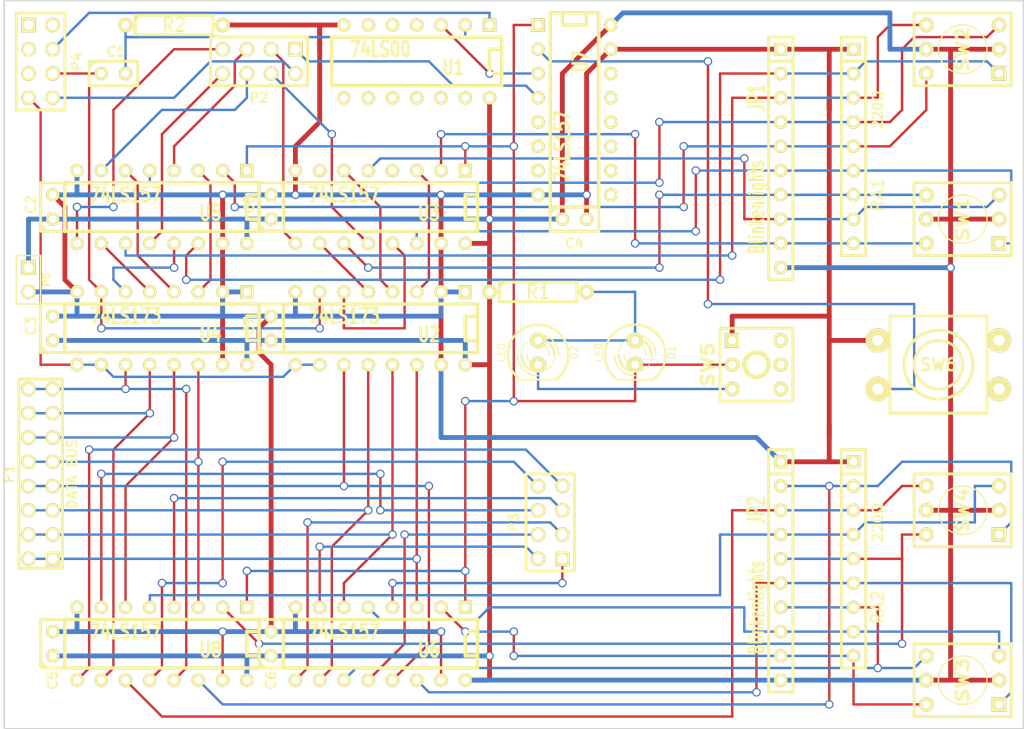
<source format=kicad_pcb>
(kicad_pcb (version 3) (host pcbnew "(22-Jun-2014 BZR 4027)-stable")

  (general
    (links 179)
    (no_connects 0)
    (area 103.2764 62.246934 210.895001 140.953066)
    (thickness 1.6)
    (drawings 4)
    (tracks 552)
    (zones 0)
    (modules 35)
    (nets 60)
  )

  (page A4)
  (title_block 
    (title "Hol-1 Memory Management Unit")
    (rev v1.0)
    (company www.benningtons.net)
  )

  (layers
    (15 F.Cu signal)
    (0 B.Cu signal)
    (16 B.Adhes user)
    (17 F.Adhes user)
    (18 B.Paste user)
    (19 F.Paste user)
    (20 B.SilkS user)
    (21 F.SilkS user)
    (22 B.Mask user)
    (23 F.Mask user)
    (24 Dwgs.User user)
    (25 Cmts.User user)
    (26 Eco1.User user)
    (27 Eco2.User user)
    (28 Edge.Cuts user)
  )

  (setup
    (last_trace_width 0.508)
    (user_trace_width 0.508)
    (trace_clearance 0.254)
    (zone_clearance 0.508)
    (zone_45_only no)
    (trace_min 0.254)
    (segment_width 0.2)
    (edge_width 0.15)
    (via_size 0.889)
    (via_drill 0.635)
    (via_min_size 0.889)
    (via_min_drill 0.508)
    (uvia_size 0.508)
    (uvia_drill 0.127)
    (uvias_allowed no)
    (uvia_min_size 0.508)
    (uvia_min_drill 0.127)
    (pcb_text_width 0.3)
    (pcb_text_size 1.5 1.5)
    (mod_edge_width 0.3048)
    (mod_text_size 1 1)
    (mod_text_width 0.15)
    (pad_size 1.524 1.524)
    (pad_drill 0.8128)
    (pad_to_mask_clearance 0)
    (aux_axis_origin 0 0)
    (visible_elements FFFFFFBF)
    (pcbplotparams
      (layerselection 3178497)
      (usegerberextensions true)
      (excludeedgelayer true)
      (linewidth 0.150000)
      (plotframeref false)
      (viasonmask false)
      (mode 1)
      (useauxorigin false)
      (hpglpennumber 1)
      (hpglpenspeed 20)
      (hpglpendiameter 15)
      (hpglpenoverlay 2)
      (psnegative false)
      (psa4output false)
      (plotreference true)
      (plotvalue true)
      (plotothertext true)
      (plotinvisibletext false)
      (padsonsilk false)
      (subtractmaskfromsilk false)
      (outputformat 1)
      (mirror false)
      (drillshape 1)
      (scaleselection 1)
      (outputdirectory ""))
  )

  (net 0 "")
  (net 1 +5V)
  (net 2 /CLK)
  (net 3 /IN-D)
  (net 4 /PROG)
  (net 5 /RAM-IN)
  (net 6 /RAM-INPUT)
  (net 7 /RAM-OUT)
  (net 8 GND)
  (net 9 N-000001)
  (net 10 N-0000010)
  (net 11 N-0000011)
  (net 12 N-0000012)
  (net 13 N-0000013)
  (net 14 N-0000014)
  (net 15 N-0000015)
  (net 16 N-0000016)
  (net 17 N-0000017)
  (net 18 N-0000018)
  (net 19 N-0000019)
  (net 20 N-0000020)
  (net 21 N-0000021)
  (net 22 N-0000022)
  (net 23 N-0000023)
  (net 24 N-0000024)
  (net 25 N-0000025)
  (net 26 N-0000026)
  (net 27 N-0000027)
  (net 28 N-0000028)
  (net 29 N-0000029)
  (net 30 N-0000033)
  (net 31 N-0000034)
  (net 32 N-0000035)
  (net 33 N-0000036)
  (net 34 N-0000037)
  (net 35 N-0000038)
  (net 36 N-0000039)
  (net 37 N-000004)
  (net 38 N-0000040)
  (net 39 N-0000041)
  (net 40 N-0000042)
  (net 41 N-0000043)
  (net 42 N-0000044)
  (net 43 N-0000046)
  (net 44 N-0000047)
  (net 45 N-0000048)
  (net 46 N-0000049)
  (net 47 N-000005)
  (net 48 N-0000051)
  (net 49 N-0000052)
  (net 50 N-0000053)
  (net 51 N-0000055)
  (net 52 N-0000056)
  (net 53 N-0000057)
  (net 54 N-0000058)
  (net 55 N-0000059)
  (net 56 N-000006)
  (net 57 N-000007)
  (net 58 N-000008)
  (net 59 N-000009)

  (net_class Default "This is the default net class."
    (clearance 0.254)
    (trace_width 0.254)
    (via_dia 0.889)
    (via_drill 0.635)
    (uvia_dia 0.508)
    (uvia_drill 0.127)
    (add_net "")
    (add_net +5V)
    (add_net /CLK)
    (add_net /IN-D)
    (add_net /PROG)
    (add_net /RAM-IN)
    (add_net /RAM-INPUT)
    (add_net /RAM-OUT)
    (add_net GND)
    (add_net N-000001)
    (add_net N-0000010)
    (add_net N-0000011)
    (add_net N-0000012)
    (add_net N-0000013)
    (add_net N-0000014)
    (add_net N-0000015)
    (add_net N-0000016)
    (add_net N-0000017)
    (add_net N-0000018)
    (add_net N-0000019)
    (add_net N-0000020)
    (add_net N-0000021)
    (add_net N-0000022)
    (add_net N-0000023)
    (add_net N-0000024)
    (add_net N-0000025)
    (add_net N-0000026)
    (add_net N-0000027)
    (add_net N-0000028)
    (add_net N-0000029)
    (add_net N-0000033)
    (add_net N-0000034)
    (add_net N-0000035)
    (add_net N-0000036)
    (add_net N-0000037)
    (add_net N-0000038)
    (add_net N-0000039)
    (add_net N-000004)
    (add_net N-0000040)
    (add_net N-0000041)
    (add_net N-0000042)
    (add_net N-0000043)
    (add_net N-0000044)
    (add_net N-0000046)
    (add_net N-0000047)
    (add_net N-0000048)
    (add_net N-0000049)
    (add_net N-000005)
    (add_net N-0000051)
    (add_net N-0000052)
    (add_net N-0000053)
    (add_net N-0000055)
    (add_net N-0000056)
    (add_net N-0000057)
    (add_net N-0000058)
    (add_net N-0000059)
    (add_net N-000006)
    (add_net N-000007)
    (add_net N-000008)
    (add_net N-000009)
  )

  (module r_pack8 (layer F.Cu) (tedit 5D421363) (tstamp 5D2A593F)
    (at 193.04 121.92 270)
    (descr "8 R pack")
    (tags R)
    (path /5D1005E6)
    (fp_text reference RA2 (at 5.08 -2.54 270) (layer F.SilkS)
      (effects (font (size 1.27 1.27) (thickness 0.2032)))
    )
    (fp_text value 220Ω (at -3.81 -2.54 270) (layer F.SilkS)
      (effects (font (size 1.016 1.016) (thickness 0.2032)))
    )
    (fp_line (start 11.43 -1.27) (end 11.43 1.27) (layer F.SilkS) (width 0.3048))
    (fp_line (start 11.43 1.27) (end -11.43 1.27) (layer F.SilkS) (width 0.3048))
    (fp_line (start -11.43 1.27) (end -11.43 -1.27) (layer F.SilkS) (width 0.3048))
    (fp_line (start 11.43 -1.27) (end -11.43 -1.27) (layer F.SilkS) (width 0.3048))
    (fp_line (start -8.89 -1.27) (end -8.89 1.27) (layer F.SilkS) (width 0.3048))
    (pad 1 thru_hole rect (at -10.16 0 270) (size 1.397 1.397) (drill 0.8128)
      (layers *.Cu *.Mask F.SilkS)
      (net 8 GND)
    )
    (pad 2 thru_hole circle (at -7.62 0 270) (size 1.397 1.397) (drill 0.8128)
      (layers *.Cu *.Mask F.SilkS)
      (net 17 N-0000017)
    )
    (pad 3 thru_hole circle (at -5.08 0 270) (size 1.397 1.397) (drill 0.8128)
      (layers *.Cu *.Mask F.SilkS)
      (net 18 N-0000018)
    )
    (pad 4 thru_hole circle (at -2.54 0 270) (size 1.397 1.397) (drill 0.8128)
      (layers *.Cu *.Mask F.SilkS)
      (net 19 N-0000019)
    )
    (pad 5 thru_hole circle (at 0 0 270) (size 1.397 1.397) (drill 0.8128)
      (layers *.Cu *.Mask F.SilkS)
      (net 20 N-0000020)
    )
    (pad 6 thru_hole circle (at 2.54 0 270) (size 1.397 1.397) (drill 0.8128)
      (layers *.Cu *.Mask F.SilkS)
      (net 21 N-0000021)
    )
    (pad 7 thru_hole circle (at 5.08 0 270) (size 1.397 1.397) (drill 0.8128)
      (layers *.Cu *.Mask F.SilkS)
      (net 22 N-0000022)
    )
    (pad 8 thru_hole circle (at 7.62 0 270) (size 1.397 1.397) (drill 0.8128)
      (layers *.Cu *.Mask F.SilkS)
      (net 15 N-0000015)
    )
    (pad 9 thru_hole circle (at 10.16 0 270) (size 1.397 1.397) (drill 0.8128)
      (layers *.Cu *.Mask F.SilkS)
      (net 11 N-0000011)
    )
    (model discret/r_pack8.wrl
      (at (xyz 0 0 0))
      (scale (xyz 1 1 1))
      (rotate (xyz 0 0 0))
    )
  )

  (module r_pack8 (layer F.Cu) (tedit 5D421379) (tstamp 5D2A5951)
    (at 193.04 78.74 270)
    (descr "8 R pack")
    (tags R)
    (path /5D0EBE15)
    (fp_text reference RA1 (at 5.08 -2.54 270) (layer F.SilkS)
      (effects (font (size 1.27 1.27) (thickness 0.2032)))
    )
    (fp_text value 220Ω (at -3.81 -2.54 270) (layer F.SilkS)
      (effects (font (size 1.016 1.016) (thickness 0.2032)))
    )
    (fp_line (start 11.43 -1.27) (end 11.43 1.27) (layer F.SilkS) (width 0.3048))
    (fp_line (start 11.43 1.27) (end -11.43 1.27) (layer F.SilkS) (width 0.3048))
    (fp_line (start -11.43 1.27) (end -11.43 -1.27) (layer F.SilkS) (width 0.3048))
    (fp_line (start 11.43 -1.27) (end -11.43 -1.27) (layer F.SilkS) (width 0.3048))
    (fp_line (start -8.89 -1.27) (end -8.89 1.27) (layer F.SilkS) (width 0.3048))
    (pad 1 thru_hole rect (at -10.16 0 270) (size 1.397 1.397) (drill 0.8128)
      (layers *.Cu *.Mask F.SilkS)
      (net 8 GND)
    )
    (pad 2 thru_hole circle (at -7.62 0 270) (size 1.397 1.397) (drill 0.8128)
      (layers *.Cu *.Mask F.SilkS)
      (net 36 N-0000039)
    )
    (pad 3 thru_hole circle (at -5.08 0 270) (size 1.397 1.397) (drill 0.8128)
      (layers *.Cu *.Mask F.SilkS)
      (net 38 N-0000040)
    )
    (pad 4 thru_hole circle (at -2.54 0 270) (size 1.397 1.397) (drill 0.8128)
      (layers *.Cu *.Mask F.SilkS)
      (net 35 N-0000038)
    )
    (pad 5 thru_hole circle (at 0 0 270) (size 1.397 1.397) (drill 0.8128)
      (layers *.Cu *.Mask F.SilkS)
      (net 39 N-0000041)
    )
    (pad 6 thru_hole circle (at 2.54 0 270) (size 1.397 1.397) (drill 0.8128)
      (layers *.Cu *.Mask F.SilkS)
      (net 40 N-0000042)
    )
    (pad 7 thru_hole circle (at 5.08 0 270) (size 1.397 1.397) (drill 0.8128)
      (layers *.Cu *.Mask F.SilkS)
      (net 41 N-0000043)
    )
    (pad 8 thru_hole circle (at 7.62 0 270) (size 1.397 1.397) (drill 0.8128)
      (layers *.Cu *.Mask F.SilkS)
      (net 42 N-0000044)
    )
    (pad 9 thru_hole circle (at 10.16 0 270) (size 1.397 1.397) (drill 0.8128)
      (layers *.Cu *.Mask F.SilkS)
      (net 31 N-0000034)
    )
    (model discret/r_pack8.wrl
      (at (xyz 0 0 0))
      (scale (xyz 1 1 1))
      (rotate (xyz 0 0 0))
    )
  )

  (module pin_array_8x2 (layer F.Cu) (tedit 3FB38B89) (tstamp 5D3DB45B)
    (at 107.95 113.03 90)
    (descr "Double rangee de contacts 2 x 8 pins")
    (tags CONN)
    (path /5D0FC049)
    (fp_text reference P1 (at 0 -3.302 90) (layer F.SilkS)
      (effects (font (size 1.016 1.016) (thickness 0.2032)))
    )
    (fp_text value "DATA BUS" (at 0 3.302 90) (layer F.SilkS)
      (effects (font (size 1.016 1.016) (thickness 0.2032)))
    )
    (fp_line (start -9.906 2.286) (end -9.906 -2.286) (layer F.SilkS) (width 0.3048))
    (fp_line (start -9.906 -2.286) (end 9.906 -2.286) (layer F.SilkS) (width 0.3048))
    (fp_line (start 9.906 -2.286) (end 9.906 2.286) (layer F.SilkS) (width 0.3048))
    (fp_line (start 9.906 2.286) (end -9.906 2.286) (layer F.SilkS) (width 0.3048))
    (pad 1 thru_hole rect (at -8.89 1.27 90) (size 1.524 1.524) (drill 1.016)
      (layers *.Cu *.Mask F.SilkS)
      (net 46 N-0000049)
    )
    (pad 2 thru_hole circle (at -8.89 -1.27 90) (size 1.524 1.524) (drill 1.016)
      (layers *.Cu *.Mask F.SilkS)
      (net 46 N-0000049)
    )
    (pad 3 thru_hole circle (at -6.35 1.27 90) (size 1.524 1.524) (drill 1.016)
      (layers *.Cu *.Mask F.SilkS)
      (net 45 N-0000048)
    )
    (pad 4 thru_hole circle (at -6.35 -1.27 90) (size 1.524 1.524) (drill 1.016)
      (layers *.Cu *.Mask F.SilkS)
      (net 45 N-0000048)
    )
    (pad 5 thru_hole circle (at -3.81 1.27 90) (size 1.524 1.524) (drill 1.016)
      (layers *.Cu *.Mask F.SilkS)
      (net 44 N-0000047)
    )
    (pad 6 thru_hole circle (at -3.81 -1.27 90) (size 1.524 1.524) (drill 1.016)
      (layers *.Cu *.Mask F.SilkS)
      (net 44 N-0000047)
    )
    (pad 7 thru_hole circle (at -1.27 1.27 90) (size 1.524 1.524) (drill 1.016)
      (layers *.Cu *.Mask F.SilkS)
      (net 43 N-0000046)
    )
    (pad 8 thru_hole circle (at -1.27 -1.27 90) (size 1.524 1.524) (drill 1.016)
      (layers *.Cu *.Mask F.SilkS)
      (net 43 N-0000046)
    )
    (pad 9 thru_hole circle (at 1.27 1.27 90) (size 1.524 1.524) (drill 1.016)
      (layers *.Cu *.Mask F.SilkS)
      (net 34 N-0000037)
    )
    (pad 10 thru_hole circle (at 1.27 -1.27 90) (size 1.524 1.524) (drill 1.016)
      (layers *.Cu *.Mask F.SilkS)
      (net 34 N-0000037)
    )
    (pad 11 thru_hole circle (at 3.81 1.27 90) (size 1.524 1.524) (drill 1.016)
      (layers *.Cu *.Mask F.SilkS)
      (net 16 N-0000016)
    )
    (pad 12 thru_hole circle (at 3.81 -1.27 90) (size 1.524 1.524) (drill 1.016)
      (layers *.Cu *.Mask F.SilkS)
      (net 16 N-0000016)
    )
    (pad 13 thru_hole circle (at 6.35 1.27 90) (size 1.524 1.524) (drill 1.016)
      (layers *.Cu *.Mask F.SilkS)
      (net 33 N-0000036)
    )
    (pad 14 thru_hole circle (at 6.35 -1.27 90) (size 1.524 1.524) (drill 1.016)
      (layers *.Cu *.Mask F.SilkS)
      (net 33 N-0000036)
    )
    (pad 15 thru_hole circle (at 8.89 1.27 90) (size 1.524 1.524) (drill 1.016)
      (layers *.Cu *.Mask F.SilkS)
      (net 32 N-0000035)
    )
    (pad 16 thru_hole circle (at 8.89 -1.27 90) (size 1.524 1.524) (drill 1.016)
      (layers *.Cu *.Mask F.SilkS)
      (net 32 N-0000035)
    )
    (model pin_array/pins_array_8x2.wrl
      (at (xyz 0 0 0))
      (scale (xyz 1 1 1))
      (rotate (xyz 0 0 0))
    )
  )

  (module pin_array_4x2 (layer F.Cu) (tedit 3FAB90E6) (tstamp 5D3E0525)
    (at 130.81 69.85 180)
    (descr "Double rangee de contacts 2 x 4 pins")
    (tags CONN)
    (path /5D0FF6FC)
    (fp_text reference P2 (at 0 -3.81 180) (layer F.SilkS)
      (effects (font (size 1.016 1.016) (thickness 0.2032)))
    )
    (fp_text value "ADDRESS PORT" (at 0 3.81 180) (layer F.SilkS) hide
      (effects (font (size 1.016 1.016) (thickness 0.2032)))
    )
    (fp_line (start -5.08 -2.54) (end 5.08 -2.54) (layer F.SilkS) (width 0.3048))
    (fp_line (start 5.08 -2.54) (end 5.08 2.54) (layer F.SilkS) (width 0.3048))
    (fp_line (start 5.08 2.54) (end -5.08 2.54) (layer F.SilkS) (width 0.3048))
    (fp_line (start -5.08 2.54) (end -5.08 -2.54) (layer F.SilkS) (width 0.3048))
    (pad 1 thru_hole rect (at -3.81 1.27 180) (size 1.524 1.524) (drill 1.016)
      (layers *.Cu *.Mask F.SilkS)
      (net 5 /RAM-IN)
    )
    (pad 2 thru_hole circle (at -3.81 -1.27 180) (size 1.524 1.524) (drill 1.016)
      (layers *.Cu *.Mask F.SilkS)
      (net 7 /RAM-OUT)
    )
    (pad 3 thru_hole circle (at -1.27 1.27 180) (size 1.524 1.524) (drill 1.016)
      (layers *.Cu *.Mask F.SilkS)
      (net 9 N-000001)
    )
    (pad 4 thru_hole circle (at -1.27 -1.27 180) (size 1.524 1.524) (drill 1.016)
      (layers *.Cu *.Mask F.SilkS)
      (net 58 N-000008)
    )
    (pad 5 thru_hole circle (at 1.27 1.27 180) (size 1.524 1.524) (drill 1.016)
      (layers *.Cu *.Mask F.SilkS)
      (net 57 N-000007)
    )
    (pad 6 thru_hole circle (at 1.27 -1.27 180) (size 1.524 1.524) (drill 1.016)
      (layers *.Cu *.Mask F.SilkS)
      (net 56 N-000006)
    )
    (pad 7 thru_hole circle (at 3.81 1.27 180) (size 1.524 1.524) (drill 1.016)
      (layers *.Cu *.Mask F.SilkS)
      (net 47 N-000005)
    )
    (pad 8 thru_hole circle (at 3.81 -1.27 180) (size 1.524 1.524) (drill 1.016)
      (layers *.Cu *.Mask F.SilkS)
      (net 37 N-000004)
    )
    (model pin_array/pins_array_4x2.wrl
      (at (xyz 0 0 0))
      (scale (xyz 1 1 1))
      (rotate (xyz 0 0 0))
    )
  )

  (module pin_array_4x2 (layer F.Cu) (tedit 3FAB90E6) (tstamp 5D2A5999)
    (at 161.29 118.11 90)
    (descr "Double rangee de contacts 2 x 4 pins")
    (tags CONN)
    (path /5D100630)
    (fp_text reference P3 (at 0 -3.81 90) (layer F.SilkS)
      (effects (font (size 1.016 1.016) (thickness 0.2032)))
    )
    (fp_text value "DATA PORT" (at 0 3.81 90) (layer F.SilkS) hide
      (effects (font (size 1.016 1.016) (thickness 0.2032)))
    )
    (fp_line (start -5.08 -2.54) (end 5.08 -2.54) (layer F.SilkS) (width 0.3048))
    (fp_line (start 5.08 -2.54) (end 5.08 2.54) (layer F.SilkS) (width 0.3048))
    (fp_line (start 5.08 2.54) (end -5.08 2.54) (layer F.SilkS) (width 0.3048))
    (fp_line (start -5.08 2.54) (end -5.08 -2.54) (layer F.SilkS) (width 0.3048))
    (pad 1 thru_hole rect (at -3.81 1.27 90) (size 1.524 1.524) (drill 1.016)
      (layers *.Cu *.Mask F.SilkS)
      (net 12 N-0000012)
    )
    (pad 2 thru_hole circle (at -3.81 -1.27 90) (size 1.524 1.524) (drill 1.016)
      (layers *.Cu *.Mask F.SilkS)
      (net 13 N-0000013)
    )
    (pad 3 thru_hole circle (at -1.27 1.27 90) (size 1.524 1.524) (drill 1.016)
      (layers *.Cu *.Mask F.SilkS)
      (net 10 N-0000010)
    )
    (pad 4 thru_hole circle (at -1.27 -1.27 90) (size 1.524 1.524) (drill 1.016)
      (layers *.Cu *.Mask F.SilkS)
      (net 14 N-0000014)
    )
    (pad 5 thru_hole circle (at 1.27 1.27 90) (size 1.524 1.524) (drill 1.016)
      (layers *.Cu *.Mask F.SilkS)
      (net 48 N-0000051)
    )
    (pad 6 thru_hole circle (at 1.27 -1.27 90) (size 1.524 1.524) (drill 1.016)
      (layers *.Cu *.Mask F.SilkS)
      (net 49 N-0000052)
    )
    (pad 7 thru_hole circle (at 3.81 1.27 90) (size 1.524 1.524) (drill 1.016)
      (layers *.Cu *.Mask F.SilkS)
      (net 50 N-0000053)
    )
    (pad 8 thru_hole circle (at 3.81 -1.27 90) (size 1.524 1.524) (drill 1.016)
      (layers *.Cu *.Mask F.SilkS)
      (net 52 N-0000056)
    )
    (model pin_array/pins_array_4x2.wrl
      (at (xyz 0 0 0))
      (scale (xyz 1 1 1))
      (rotate (xyz 0 0 0))
    )
  )

  (module pin_array_4x2 (layer F.Cu) (tedit 3FAB90E6) (tstamp 5D2A59A9)
    (at 107.95 69.85 270)
    (descr "Double rangee de contacts 2 x 4 pins")
    (tags CONN)
    (path /5D18F3B6)
    (fp_text reference P4 (at 0 -3.81 270) (layer F.SilkS)
      (effects (font (size 1.016 1.016) (thickness 0.2032)))
    )
    (fp_text value "MMU CONTROL" (at 0 3.81 270) (layer F.SilkS) hide
      (effects (font (size 1.016 1.016) (thickness 0.2032)))
    )
    (fp_line (start -5.08 -2.54) (end 5.08 -2.54) (layer F.SilkS) (width 0.3048))
    (fp_line (start 5.08 -2.54) (end 5.08 2.54) (layer F.SilkS) (width 0.3048))
    (fp_line (start 5.08 2.54) (end -5.08 2.54) (layer F.SilkS) (width 0.3048))
    (fp_line (start -5.08 2.54) (end -5.08 -2.54) (layer F.SilkS) (width 0.3048))
    (pad 1 thru_hole rect (at -3.81 1.27 270) (size 1.524 1.524) (drill 1.016)
      (layers *.Cu *.Mask F.SilkS)
    )
    (pad 2 thru_hole circle (at -3.81 -1.27 270) (size 1.524 1.524) (drill 1.016)
      (layers *.Cu *.Mask F.SilkS)
    )
    (pad 3 thru_hole circle (at -1.27 1.27 270) (size 1.524 1.524) (drill 1.016)
      (layers *.Cu *.Mask F.SilkS)
    )
    (pad 4 thru_hole circle (at -1.27 -1.27 270) (size 1.524 1.524) (drill 1.016)
      (layers *.Cu *.Mask F.SilkS)
      (net 6 /RAM-INPUT)
    )
    (pad 5 thru_hole circle (at 1.27 1.27 270) (size 1.524 1.524) (drill 1.016)
      (layers *.Cu *.Mask F.SilkS)
    )
    (pad 6 thru_hole circle (at 1.27 -1.27 270) (size 1.524 1.524) (drill 1.016)
      (layers *.Cu *.Mask F.SilkS)
      (net 2 /CLK)
    )
    (pad 7 thru_hole circle (at 3.81 1.27 270) (size 1.524 1.524) (drill 1.016)
      (layers *.Cu *.Mask F.SilkS)
      (net 3 /IN-D)
    )
    (pad 8 thru_hole circle (at 3.81 -1.27 270) (size 1.524 1.524) (drill 1.016)
      (layers *.Cu *.Mask F.SilkS)
      (net 7 /RAM-OUT)
    )
    (model pin_array/pins_array_4x2.wrl
      (at (xyz 0 0 0))
      (scale (xyz 1 1 1))
      (rotate (xyz 0 0 0))
    )
  )

  (module LED-5MM (layer F.Cu) (tedit 50ADE86B) (tstamp 5D2A59B8)
    (at 160.02 100.33 270)
    (descr "LED 5mm - Lead pitch 100mil (2,54mm)")
    (tags "LED led 5mm 5MM 100mil 2,54mm")
    (path /5D0FDAFD)
    (fp_text reference D2 (at 0 -3.81 270) (layer F.SilkS)
      (effects (font (size 0.762 0.762) (thickness 0.0889)))
    )
    (fp_text value LED (at 0 3.81 270) (layer F.SilkS)
      (effects (font (size 0.762 0.762) (thickness 0.0889)))
    )
    (fp_line (start 2.8448 1.905) (end 2.8448 -1.905) (layer F.SilkS) (width 0.2032))
    (fp_circle (center 0.254 0) (end -1.016 1.27) (layer F.SilkS) (width 0.0762))
    (fp_arc (start 0.254 0) (end 2.794 1.905) (angle 286.2) (layer F.SilkS) (width 0.254))
    (fp_arc (start 0.254 0) (end -0.889 0) (angle 90) (layer F.SilkS) (width 0.1524))
    (fp_arc (start 0.254 0) (end 1.397 0) (angle 90) (layer F.SilkS) (width 0.1524))
    (fp_arc (start 0.254 0) (end -1.397 0) (angle 90) (layer F.SilkS) (width 0.1524))
    (fp_arc (start 0.254 0) (end 1.905 0) (angle 90) (layer F.SilkS) (width 0.1524))
    (fp_arc (start 0.254 0) (end -1.905 0) (angle 90) (layer F.SilkS) (width 0.1524))
    (fp_arc (start 0.254 0) (end 2.413 0) (angle 90) (layer F.SilkS) (width 0.1524))
    (pad 1 thru_hole circle (at -1.27 0 270) (size 1.6764 1.6764) (drill 0.8128)
      (layers *.Cu *.Mask F.SilkS)
      (net 55 N-0000059)
    )
    (pad 2 thru_hole circle (at 1.27 0 270) (size 1.6764 1.6764) (drill 0.8128)
      (layers *.Cu *.Mask F.SilkS)
      (net 59 N-000009)
    )
    (model discret/leds/led5_vertical_verde.wrl
      (at (xyz 0 0 0))
      (scale (xyz 1 1 1))
      (rotate (xyz 0 0 0))
    )
  )

  (module LED-5MM (layer F.Cu) (tedit 50ADE86B) (tstamp 5D2A59C7)
    (at 170.18 100.33 270)
    (descr "LED 5mm - Lead pitch 100mil (2,54mm)")
    (tags "LED led 5mm 5MM 100mil 2,54mm")
    (path /5D0FDAF0)
    (fp_text reference D1 (at 0 -3.81 270) (layer F.SilkS)
      (effects (font (size 0.762 0.762) (thickness 0.0889)))
    )
    (fp_text value LED (at 0 3.81 270) (layer F.SilkS)
      (effects (font (size 0.762 0.762) (thickness 0.0889)))
    )
    (fp_line (start 2.8448 1.905) (end 2.8448 -1.905) (layer F.SilkS) (width 0.2032))
    (fp_circle (center 0.254 0) (end -1.016 1.27) (layer F.SilkS) (width 0.0762))
    (fp_arc (start 0.254 0) (end 2.794 1.905) (angle 286.2) (layer F.SilkS) (width 0.254))
    (fp_arc (start 0.254 0) (end -0.889 0) (angle 90) (layer F.SilkS) (width 0.1524))
    (fp_arc (start 0.254 0) (end 1.397 0) (angle 90) (layer F.SilkS) (width 0.1524))
    (fp_arc (start 0.254 0) (end -1.397 0) (angle 90) (layer F.SilkS) (width 0.1524))
    (fp_arc (start 0.254 0) (end 1.905 0) (angle 90) (layer F.SilkS) (width 0.1524))
    (fp_arc (start 0.254 0) (end -1.905 0) (angle 90) (layer F.SilkS) (width 0.1524))
    (fp_arc (start 0.254 0) (end 2.413 0) (angle 90) (layer F.SilkS) (width 0.1524))
    (pad 1 thru_hole circle (at -1.27 0 270) (size 1.6764 1.6764) (drill 0.8128)
      (layers *.Cu *.Mask F.SilkS)
      (net 55 N-0000059)
    )
    (pad 2 thru_hole circle (at 1.27 0 270) (size 1.6764 1.6764) (drill 0.8128)
      (layers *.Cu *.Mask F.SilkS)
      (net 4 /PROG)
    )
    (model discret/leds/led5_vertical_verde.wrl
      (at (xyz 0 0 0))
      (scale (xyz 1 1 1))
      (rotate (xyz 0 0 0))
    )
  )

  (module DIP-16   placed (layer F.Cu) (tedit 5C96C73D) (tstamp 5D2A59E2)
    (at 163.83 74.93 270)
    (descr "16 pins DIL package, round pads")
    (tags DIL)
    (path /5D102E77)
    (fp_text reference U7 (at -5.08 -0.635 270) (layer F.SilkS)
      (effects (font (size 1.524 1.143) (thickness 0.28575)))
    )
    (fp_text value 74LS157 (at 3.81 1.27 270) (layer F.SilkS)
      (effects (font (size 1.524 1.143) (thickness 0.3048)))
    )
    (fp_line (start -10.16 2.54) (end 10.16 2.54) (layer F.SilkS) (width 0.375))
    (fp_line (start -10.16 -2.54) (end 10.16 -2.54) (layer F.SilkS) (width 0.375))
    (fp_line (start -10.16 -1.27) (end -8.89 -1.27) (layer F.SilkS) (width 0.381))
    (fp_line (start -8.89 -1.27) (end -8.89 1.27) (layer F.SilkS) (width 0.381))
    (fp_line (start -8.89 1.27) (end -10.16 1.27) (layer F.SilkS) (width 0.381))
    (fp_line (start 10.16 -2.54) (end 10.16 2.54) (layer F.SilkS) (width 0.381))
    (fp_line (start -10.16 2.54) (end -10.16 -2.54) (layer F.SilkS) (width 0.381))
    (pad 1 thru_hole rect (at -8.89 3.81 270) (size 1.397 1.397) (drill 0.8128)
      (layers *.Cu *.Mask F.SilkS)
      (net 4 /PROG)
    )
    (pad 2 thru_hole circle (at -6.35 3.81 270) (size 1.397 1.397) (drill 0.8128)
      (layers *.Cu *.Mask F.SilkS)
      (net 53 N-0000057)
    )
    (pad 3 thru_hole circle (at -3.81 3.81 270) (size 1.397 1.397) (drill 0.8128)
      (layers *.Cu *.Mask F.SilkS)
      (net 54 N-0000058)
    )
    (pad 4 thru_hole circle (at -1.27 3.81 270) (size 1.397 1.397) (drill 0.8128)
      (layers *.Cu *.Mask F.SilkS)
      (net 5 /RAM-IN)
    )
    (pad 5 thru_hole circle (at 1.27 3.81 270) (size 1.397 1.397) (drill 0.8128)
      (layers *.Cu *.Mask F.SilkS)
    )
    (pad 6 thru_hole circle (at 3.81 3.81 270) (size 1.397 1.397) (drill 0.8128)
      (layers *.Cu *.Mask F.SilkS)
    )
    (pad 7 thru_hole circle (at 6.35 3.81 270) (size 1.397 1.397) (drill 0.8128)
      (layers *.Cu *.Mask F.SilkS)
    )
    (pad 8 thru_hole circle (at 8.89 3.81 270) (size 1.397 1.397) (drill 0.8128)
      (layers *.Cu *.Mask F.SilkS)
      (net 8 GND)
    )
    (pad 9 thru_hole circle (at 8.89 -3.81 270) (size 1.397 1.397) (drill 0.8128)
      (layers *.Cu *.Mask F.SilkS)
    )
    (pad 10 thru_hole circle (at 6.35 -3.81 270) (size 1.397 1.397) (drill 0.8128)
      (layers *.Cu *.Mask F.SilkS)
    )
    (pad 11 thru_hole circle (at 3.81 -3.81 270) (size 1.397 1.397) (drill 0.8128)
      (layers *.Cu *.Mask F.SilkS)
    )
    (pad 12 thru_hole circle (at 1.27 -3.81 270) (size 1.397 1.397) (drill 0.8128)
      (layers *.Cu *.Mask F.SilkS)
    )
    (pad 13 thru_hole circle (at -1.27 -3.81 270) (size 1.397 1.397) (drill 0.8128)
      (layers *.Cu *.Mask F.SilkS)
    )
    (pad 14 thru_hole circle (at -3.81 -3.81 270) (size 1.397 1.397) (drill 0.8128)
      (layers *.Cu *.Mask F.SilkS)
    )
    (pad 15 thru_hole circle (at -6.35 -3.81 270) (size 1.397 1.397) (drill 0.8128)
      (layers *.Cu *.Mask F.SilkS)
      (net 8 GND)
    )
    (pad 16 thru_hole circle (at -8.89 -3.81 270) (size 1.397 1.397) (drill 0.8128)
      (layers *.Cu *.Mask F.SilkS)
      (net 1 +5V)
    )
    (model dil/dil_16.wrl
      (at (xyz 0 0 0))
      (scale (xyz 1 1 1))
      (rotate (xyz 0 0 0))
    )
  )

  (module DIP-16   placed (layer F.Cu) (tedit 5C96C73D) (tstamp 5D2B5C76)
    (at 120.65 97.79 180)
    (descr "16 pins DIL package, round pads")
    (tags DIL)
    (path /5D0E2BBE)
    (fp_text reference U4 (at -5.08 -0.635 180) (layer F.SilkS)
      (effects (font (size 1.524 1.143) (thickness 0.28575)))
    )
    (fp_text value 74LS173 (at 3.81 1.27 180) (layer F.SilkS)
      (effects (font (size 1.524 1.143) (thickness 0.3048)))
    )
    (fp_line (start -10.16 2.54) (end 10.16 2.54) (layer F.SilkS) (width 0.375))
    (fp_line (start -10.16 -2.54) (end 10.16 -2.54) (layer F.SilkS) (width 0.375))
    (fp_line (start -10.16 -1.27) (end -8.89 -1.27) (layer F.SilkS) (width 0.381))
    (fp_line (start -8.89 -1.27) (end -8.89 1.27) (layer F.SilkS) (width 0.381))
    (fp_line (start -8.89 1.27) (end -10.16 1.27) (layer F.SilkS) (width 0.381))
    (fp_line (start 10.16 -2.54) (end 10.16 2.54) (layer F.SilkS) (width 0.381))
    (fp_line (start -10.16 2.54) (end -10.16 -2.54) (layer F.SilkS) (width 0.381))
    (pad 1 thru_hole rect (at -8.89 3.81 180) (size 1.397 1.397) (drill 0.8128)
      (layers *.Cu *.Mask F.SilkS)
      (net 8 GND)
    )
    (pad 2 thru_hole circle (at -6.35 3.81 180) (size 1.397 1.397) (drill 0.8128)
      (layers *.Cu *.Mask F.SilkS)
      (net 8 GND)
    )
    (pad 3 thru_hole circle (at -3.81 3.81 180) (size 1.397 1.397) (drill 0.8128)
      (layers *.Cu *.Mask F.SilkS)
      (net 25 N-0000025)
    )
    (pad 4 thru_hole circle (at -1.27 3.81 180) (size 1.397 1.397) (drill 0.8128)
      (layers *.Cu *.Mask F.SilkS)
      (net 26 N-0000026)
    )
    (pad 5 thru_hole circle (at 1.27 3.81 180) (size 1.397 1.397) (drill 0.8128)
      (layers *.Cu *.Mask F.SilkS)
      (net 27 N-0000027)
    )
    (pad 6 thru_hole circle (at 3.81 3.81 180) (size 1.397 1.397) (drill 0.8128)
      (layers *.Cu *.Mask F.SilkS)
      (net 28 N-0000028)
    )
    (pad 7 thru_hole circle (at 6.35 3.81 180) (size 1.397 1.397) (drill 0.8128)
      (layers *.Cu *.Mask F.SilkS)
      (net 2 /CLK)
    )
    (pad 8 thru_hole circle (at 8.89 3.81 180) (size 1.397 1.397) (drill 0.8128)
      (layers *.Cu *.Mask F.SilkS)
      (net 8 GND)
    )
    (pad 9 thru_hole circle (at 8.89 -3.81 180) (size 1.397 1.397) (drill 0.8128)
      (layers *.Cu *.Mask F.SilkS)
      (net 3 /IN-D)
    )
    (pad 10 thru_hole circle (at 6.35 -3.81 180) (size 1.397 1.397) (drill 0.8128)
      (layers *.Cu *.Mask F.SilkS)
      (net 3 /IN-D)
    )
    (pad 11 thru_hole circle (at 3.81 -3.81 180) (size 1.397 1.397) (drill 0.8128)
      (layers *.Cu *.Mask F.SilkS)
      (net 32 N-0000035)
    )
    (pad 12 thru_hole circle (at 1.27 -3.81 180) (size 1.397 1.397) (drill 0.8128)
      (layers *.Cu *.Mask F.SilkS)
      (net 33 N-0000036)
    )
    (pad 13 thru_hole circle (at -1.27 -3.81 180) (size 1.397 1.397) (drill 0.8128)
      (layers *.Cu *.Mask F.SilkS)
      (net 16 N-0000016)
    )
    (pad 14 thru_hole circle (at -3.81 -3.81 180) (size 1.397 1.397) (drill 0.8128)
      (layers *.Cu *.Mask F.SilkS)
      (net 34 N-0000037)
    )
    (pad 15 thru_hole circle (at -6.35 -3.81 180) (size 1.397 1.397) (drill 0.8128)
      (layers *.Cu *.Mask F.SilkS)
      (net 8 GND)
    )
    (pad 16 thru_hole circle (at -8.89 -3.81 180) (size 1.397 1.397) (drill 0.8128)
      (layers *.Cu *.Mask F.SilkS)
      (net 1 +5V)
    )
    (model dil/dil_16.wrl
      (at (xyz 0 0 0))
      (scale (xyz 1 1 1))
      (rotate (xyz 0 0 0))
    )
  )

  (module DIP-16   placed (layer F.Cu) (tedit 5C96C73D) (tstamp 5D2A5A18)
    (at 120.65 130.81 180)
    (descr "16 pins DIL package, round pads")
    (tags DIL)
    (path /5D1005A0)
    (fp_text reference U8 (at -5.08 -0.635 180) (layer F.SilkS)
      (effects (font (size 1.524 1.143) (thickness 0.28575)))
    )
    (fp_text value 74LS157 (at 3.81 1.27 180) (layer F.SilkS)
      (effects (font (size 1.524 1.143) (thickness 0.3048)))
    )
    (fp_line (start -10.16 2.54) (end 10.16 2.54) (layer F.SilkS) (width 0.375))
    (fp_line (start -10.16 -2.54) (end 10.16 -2.54) (layer F.SilkS) (width 0.375))
    (fp_line (start -10.16 -1.27) (end -8.89 -1.27) (layer F.SilkS) (width 0.381))
    (fp_line (start -8.89 -1.27) (end -8.89 1.27) (layer F.SilkS) (width 0.381))
    (fp_line (start -8.89 1.27) (end -10.16 1.27) (layer F.SilkS) (width 0.381))
    (fp_line (start 10.16 -2.54) (end 10.16 2.54) (layer F.SilkS) (width 0.381))
    (fp_line (start -10.16 2.54) (end -10.16 -2.54) (layer F.SilkS) (width 0.381))
    (pad 1 thru_hole rect (at -8.89 3.81 180) (size 1.397 1.397) (drill 0.8128)
      (layers *.Cu *.Mask F.SilkS)
      (net 4 /PROG)
    )
    (pad 2 thru_hole circle (at -6.35 3.81 180) (size 1.397 1.397) (drill 0.8128)
      (layers *.Cu *.Mask F.SilkS)
      (net 20 N-0000020)
    )
    (pad 3 thru_hole circle (at -3.81 3.81 180) (size 1.397 1.397) (drill 0.8128)
      (layers *.Cu *.Mask F.SilkS)
      (net 34 N-0000037)
    )
    (pad 4 thru_hole circle (at -1.27 3.81 180) (size 1.397 1.397) (drill 0.8128)
      (layers *.Cu *.Mask F.SilkS)
      (net 48 N-0000051)
    )
    (pad 5 thru_hole circle (at 1.27 3.81 180) (size 1.397 1.397) (drill 0.8128)
      (layers *.Cu *.Mask F.SilkS)
      (net 19 N-0000019)
    )
    (pad 6 thru_hole circle (at 3.81 3.81 180) (size 1.397 1.397) (drill 0.8128)
      (layers *.Cu *.Mask F.SilkS)
      (net 16 N-0000016)
    )
    (pad 7 thru_hole circle (at 6.35 3.81 180) (size 1.397 1.397) (drill 0.8128)
      (layers *.Cu *.Mask F.SilkS)
      (net 49 N-0000052)
    )
    (pad 8 thru_hole circle (at 8.89 3.81 180) (size 1.397 1.397) (drill 0.8128)
      (layers *.Cu *.Mask F.SilkS)
      (net 8 GND)
    )
    (pad 9 thru_hole circle (at 8.89 -3.81 180) (size 1.397 1.397) (drill 0.8128)
      (layers *.Cu *.Mask F.SilkS)
      (net 50 N-0000053)
    )
    (pad 10 thru_hole circle (at 6.35 -3.81 180) (size 1.397 1.397) (drill 0.8128)
      (layers *.Cu *.Mask F.SilkS)
      (net 33 N-0000036)
    )
    (pad 11 thru_hole circle (at 3.81 -3.81 180) (size 1.397 1.397) (drill 0.8128)
      (layers *.Cu *.Mask F.SilkS)
      (net 18 N-0000018)
    )
    (pad 12 thru_hole circle (at 1.27 -3.81 180) (size 1.397 1.397) (drill 0.8128)
      (layers *.Cu *.Mask F.SilkS)
      (net 52 N-0000056)
    )
    (pad 13 thru_hole circle (at -1.27 -3.81 180) (size 1.397 1.397) (drill 0.8128)
      (layers *.Cu *.Mask F.SilkS)
      (net 32 N-0000035)
    )
    (pad 14 thru_hole circle (at -3.81 -3.81 180) (size 1.397 1.397) (drill 0.8128)
      (layers *.Cu *.Mask F.SilkS)
      (net 17 N-0000017)
    )
    (pad 15 thru_hole circle (at -6.35 -3.81 180) (size 1.397 1.397) (drill 0.8128)
      (layers *.Cu *.Mask F.SilkS)
      (net 8 GND)
    )
    (pad 16 thru_hole circle (at -8.89 -3.81 180) (size 1.397 1.397) (drill 0.8128)
      (layers *.Cu *.Mask F.SilkS)
      (net 1 +5V)
    )
    (model dil/dil_16.wrl
      (at (xyz 0 0 0))
      (scale (xyz 1 1 1))
      (rotate (xyz 0 0 0))
    )
  )

  (module DIP-16   placed (layer F.Cu) (tedit 5C96C73D) (tstamp 5D2B5A6B)
    (at 143.51 130.81 180)
    (descr "16 pins DIL package, round pads")
    (tags DIL)
    (path /5D10059A)
    (fp_text reference U6 (at -5.08 -0.635 180) (layer F.SilkS)
      (effects (font (size 1.524 1.143) (thickness 0.28575)))
    )
    (fp_text value 74LS157 (at 3.81 1.27 180) (layer F.SilkS)
      (effects (font (size 1.524 1.143) (thickness 0.3048)))
    )
    (fp_line (start -10.16 2.54) (end 10.16 2.54) (layer F.SilkS) (width 0.375))
    (fp_line (start -10.16 -2.54) (end 10.16 -2.54) (layer F.SilkS) (width 0.375))
    (fp_line (start -10.16 -1.27) (end -8.89 -1.27) (layer F.SilkS) (width 0.381))
    (fp_line (start -8.89 -1.27) (end -8.89 1.27) (layer F.SilkS) (width 0.381))
    (fp_line (start -8.89 1.27) (end -10.16 1.27) (layer F.SilkS) (width 0.381))
    (fp_line (start 10.16 -2.54) (end 10.16 2.54) (layer F.SilkS) (width 0.381))
    (fp_line (start -10.16 2.54) (end -10.16 -2.54) (layer F.SilkS) (width 0.381))
    (pad 1 thru_hole rect (at -8.89 3.81 180) (size 1.397 1.397) (drill 0.8128)
      (layers *.Cu *.Mask F.SilkS)
      (net 4 /PROG)
    )
    (pad 2 thru_hole circle (at -6.35 3.81 180) (size 1.397 1.397) (drill 0.8128)
      (layers *.Cu *.Mask F.SilkS)
      (net 11 N-0000011)
    )
    (pad 3 thru_hole circle (at -3.81 3.81 180) (size 1.397 1.397) (drill 0.8128)
      (layers *.Cu *.Mask F.SilkS)
      (net 46 N-0000049)
    )
    (pad 4 thru_hole circle (at -1.27 3.81 180) (size 1.397 1.397) (drill 0.8128)
      (layers *.Cu *.Mask F.SilkS)
      (net 12 N-0000012)
    )
    (pad 5 thru_hole circle (at 1.27 3.81 180) (size 1.397 1.397) (drill 0.8128)
      (layers *.Cu *.Mask F.SilkS)
      (net 15 N-0000015)
    )
    (pad 6 thru_hole circle (at 3.81 3.81 180) (size 1.397 1.397) (drill 0.8128)
      (layers *.Cu *.Mask F.SilkS)
      (net 45 N-0000048)
    )
    (pad 7 thru_hole circle (at 6.35 3.81 180) (size 1.397 1.397) (drill 0.8128)
      (layers *.Cu *.Mask F.SilkS)
      (net 13 N-0000013)
    )
    (pad 8 thru_hole circle (at 8.89 3.81 180) (size 1.397 1.397) (drill 0.8128)
      (layers *.Cu *.Mask F.SilkS)
      (net 8 GND)
    )
    (pad 9 thru_hole circle (at 8.89 -3.81 180) (size 1.397 1.397) (drill 0.8128)
      (layers *.Cu *.Mask F.SilkS)
      (net 10 N-0000010)
    )
    (pad 10 thru_hole circle (at 6.35 -3.81 180) (size 1.397 1.397) (drill 0.8128)
      (layers *.Cu *.Mask F.SilkS)
      (net 44 N-0000047)
    )
    (pad 11 thru_hole circle (at 3.81 -3.81 180) (size 1.397 1.397) (drill 0.8128)
      (layers *.Cu *.Mask F.SilkS)
      (net 22 N-0000022)
    )
    (pad 12 thru_hole circle (at 1.27 -3.81 180) (size 1.397 1.397) (drill 0.8128)
      (layers *.Cu *.Mask F.SilkS)
      (net 14 N-0000014)
    )
    (pad 13 thru_hole circle (at -1.27 -3.81 180) (size 1.397 1.397) (drill 0.8128)
      (layers *.Cu *.Mask F.SilkS)
      (net 43 N-0000046)
    )
    (pad 14 thru_hole circle (at -3.81 -3.81 180) (size 1.397 1.397) (drill 0.8128)
      (layers *.Cu *.Mask F.SilkS)
      (net 21 N-0000021)
    )
    (pad 15 thru_hole circle (at -6.35 -3.81 180) (size 1.397 1.397) (drill 0.8128)
      (layers *.Cu *.Mask F.SilkS)
      (net 8 GND)
    )
    (pad 16 thru_hole circle (at -8.89 -3.81 180) (size 1.397 1.397) (drill 0.8128)
      (layers *.Cu *.Mask F.SilkS)
      (net 1 +5V)
    )
    (model dil/dil_16.wrl
      (at (xyz 0 0 0))
      (scale (xyz 1 1 1))
      (rotate (xyz 0 0 0))
    )
  )

  (module DIP-16   placed (layer F.Cu) (tedit 5C96C73D) (tstamp 5D360822)
    (at 120.65 85.09 180)
    (descr "16 pins DIL package, round pads")
    (tags DIL)
    (path /5D0EAA29)
    (fp_text reference U5 (at -5.08 -0.635 180) (layer F.SilkS)
      (effects (font (size 1.524 1.143) (thickness 0.28575)))
    )
    (fp_text value 74LS157 (at 3.81 1.27 180) (layer F.SilkS)
      (effects (font (size 1.524 1.143) (thickness 0.3048)))
    )
    (fp_line (start -10.16 2.54) (end 10.16 2.54) (layer F.SilkS) (width 0.375))
    (fp_line (start -10.16 -2.54) (end 10.16 -2.54) (layer F.SilkS) (width 0.375))
    (fp_line (start -10.16 -1.27) (end -8.89 -1.27) (layer F.SilkS) (width 0.381))
    (fp_line (start -8.89 -1.27) (end -8.89 1.27) (layer F.SilkS) (width 0.381))
    (fp_line (start -8.89 1.27) (end -10.16 1.27) (layer F.SilkS) (width 0.381))
    (fp_line (start 10.16 -2.54) (end 10.16 2.54) (layer F.SilkS) (width 0.381))
    (fp_line (start -10.16 2.54) (end -10.16 -2.54) (layer F.SilkS) (width 0.381))
    (pad 1 thru_hole rect (at -8.89 3.81 180) (size 1.397 1.397) (drill 0.8128)
      (layers *.Cu *.Mask F.SilkS)
      (net 4 /PROG)
    )
    (pad 2 thru_hole circle (at -6.35 3.81 180) (size 1.397 1.397) (drill 0.8128)
      (layers *.Cu *.Mask F.SilkS)
      (net 39 N-0000041)
    )
    (pad 3 thru_hole circle (at -3.81 3.81 180) (size 1.397 1.397) (drill 0.8128)
      (layers *.Cu *.Mask F.SilkS)
      (net 25 N-0000025)
    )
    (pad 4 thru_hole circle (at -1.27 3.81 180) (size 1.397 1.397) (drill 0.8128)
      (layers *.Cu *.Mask F.SilkS)
      (net 57 N-000007)
    )
    (pad 5 thru_hole circle (at 1.27 3.81 180) (size 1.397 1.397) (drill 0.8128)
      (layers *.Cu *.Mask F.SilkS)
      (net 35 N-0000038)
    )
    (pad 6 thru_hole circle (at 3.81 3.81 180) (size 1.397 1.397) (drill 0.8128)
      (layers *.Cu *.Mask F.SilkS)
      (net 26 N-0000026)
    )
    (pad 7 thru_hole circle (at 6.35 3.81 180) (size 1.397 1.397) (drill 0.8128)
      (layers *.Cu *.Mask F.SilkS)
      (net 56 N-000006)
    )
    (pad 8 thru_hole circle (at 8.89 3.81 180) (size 1.397 1.397) (drill 0.8128)
      (layers *.Cu *.Mask F.SilkS)
      (net 8 GND)
    )
    (pad 9 thru_hole circle (at 8.89 -3.81 180) (size 1.397 1.397) (drill 0.8128)
      (layers *.Cu *.Mask F.SilkS)
      (net 47 N-000005)
    )
    (pad 10 thru_hole circle (at 6.35 -3.81 180) (size 1.397 1.397) (drill 0.8128)
      (layers *.Cu *.Mask F.SilkS)
      (net 27 N-0000027)
    )
    (pad 11 thru_hole circle (at 3.81 -3.81 180) (size 1.397 1.397) (drill 0.8128)
      (layers *.Cu *.Mask F.SilkS)
      (net 38 N-0000040)
    )
    (pad 12 thru_hole circle (at 1.27 -3.81 180) (size 1.397 1.397) (drill 0.8128)
      (layers *.Cu *.Mask F.SilkS)
      (net 37 N-000004)
    )
    (pad 13 thru_hole circle (at -1.27 -3.81 180) (size 1.397 1.397) (drill 0.8128)
      (layers *.Cu *.Mask F.SilkS)
      (net 28 N-0000028)
    )
    (pad 14 thru_hole circle (at -3.81 -3.81 180) (size 1.397 1.397) (drill 0.8128)
      (layers *.Cu *.Mask F.SilkS)
      (net 36 N-0000039)
    )
    (pad 15 thru_hole circle (at -6.35 -3.81 180) (size 1.397 1.397) (drill 0.8128)
      (layers *.Cu *.Mask F.SilkS)
      (net 8 GND)
    )
    (pad 16 thru_hole circle (at -8.89 -3.81 180) (size 1.397 1.397) (drill 0.8128)
      (layers *.Cu *.Mask F.SilkS)
      (net 1 +5V)
    )
    (model dil/dil_16.wrl
      (at (xyz 0 0 0))
      (scale (xyz 1 1 1))
      (rotate (xyz 0 0 0))
    )
  )

  (module DIP-16   placed (layer F.Cu) (tedit 5C96C73D) (tstamp 5D2A5A69)
    (at 143.51 85.09 180)
    (descr "16 pins DIL package, round pads")
    (tags DIL)
    (path /5D0EAA1C)
    (fp_text reference U3 (at -5.08 -0.635 180) (layer F.SilkS)
      (effects (font (size 1.524 1.143) (thickness 0.28575)))
    )
    (fp_text value 74LS157 (at 3.81 1.27 180) (layer F.SilkS)
      (effects (font (size 1.524 1.143) (thickness 0.3048)))
    )
    (fp_line (start -10.16 2.54) (end 10.16 2.54) (layer F.SilkS) (width 0.375))
    (fp_line (start -10.16 -2.54) (end 10.16 -2.54) (layer F.SilkS) (width 0.375))
    (fp_line (start -10.16 -1.27) (end -8.89 -1.27) (layer F.SilkS) (width 0.381))
    (fp_line (start -8.89 -1.27) (end -8.89 1.27) (layer F.SilkS) (width 0.381))
    (fp_line (start -8.89 1.27) (end -10.16 1.27) (layer F.SilkS) (width 0.381))
    (fp_line (start 10.16 -2.54) (end 10.16 2.54) (layer F.SilkS) (width 0.381))
    (fp_line (start -10.16 2.54) (end -10.16 -2.54) (layer F.SilkS) (width 0.381))
    (pad 1 thru_hole rect (at -8.89 3.81 180) (size 1.397 1.397) (drill 0.8128)
      (layers *.Cu *.Mask F.SilkS)
      (net 4 /PROG)
    )
    (pad 2 thru_hole circle (at -6.35 3.81 180) (size 1.397 1.397) (drill 0.8128)
      (layers *.Cu *.Mask F.SilkS)
      (net 31 N-0000034)
    )
    (pad 3 thru_hole circle (at -3.81 3.81 180) (size 1.397 1.397) (drill 0.8128)
      (layers *.Cu *.Mask F.SilkS)
      (net 30 N-0000033)
    )
    (pad 4 thru_hole circle (at -1.27 3.81 180) (size 1.397 1.397) (drill 0.8128)
      (layers *.Cu *.Mask F.SilkS)
    )
    (pad 5 thru_hole circle (at 1.27 3.81 180) (size 1.397 1.397) (drill 0.8128)
      (layers *.Cu *.Mask F.SilkS)
      (net 42 N-0000044)
    )
    (pad 6 thru_hole circle (at 3.81 3.81 180) (size 1.397 1.397) (drill 0.8128)
      (layers *.Cu *.Mask F.SilkS)
      (net 29 N-0000029)
    )
    (pad 7 thru_hole circle (at 6.35 3.81 180) (size 1.397 1.397) (drill 0.8128)
      (layers *.Cu *.Mask F.SilkS)
    )
    (pad 8 thru_hole circle (at 8.89 3.81 180) (size 1.397 1.397) (drill 0.8128)
      (layers *.Cu *.Mask F.SilkS)
      (net 8 GND)
    )
    (pad 9 thru_hole circle (at 8.89 -3.81 180) (size 1.397 1.397) (drill 0.8128)
      (layers *.Cu *.Mask F.SilkS)
      (net 9 N-000001)
    )
    (pad 10 thru_hole circle (at 6.35 -3.81 180) (size 1.397 1.397) (drill 0.8128)
      (layers *.Cu *.Mask F.SilkS)
      (net 23 N-0000023)
    )
    (pad 11 thru_hole circle (at 3.81 -3.81 180) (size 1.397 1.397) (drill 0.8128)
      (layers *.Cu *.Mask F.SilkS)
      (net 41 N-0000043)
    )
    (pad 12 thru_hole circle (at 1.27 -3.81 180) (size 1.397 1.397) (drill 0.8128)
      (layers *.Cu *.Mask F.SilkS)
      (net 58 N-000008)
    )
    (pad 13 thru_hole circle (at -1.27 -3.81 180) (size 1.397 1.397) (drill 0.8128)
      (layers *.Cu *.Mask F.SilkS)
      (net 24 N-0000024)
    )
    (pad 14 thru_hole circle (at -3.81 -3.81 180) (size 1.397 1.397) (drill 0.8128)
      (layers *.Cu *.Mask F.SilkS)
      (net 40 N-0000042)
    )
    (pad 15 thru_hole circle (at -6.35 -3.81 180) (size 1.397 1.397) (drill 0.8128)
      (layers *.Cu *.Mask F.SilkS)
      (net 8 GND)
    )
    (pad 16 thru_hole circle (at -8.89 -3.81 180) (size 1.397 1.397) (drill 0.8128)
      (layers *.Cu *.Mask F.SilkS)
      (net 1 +5V)
    )
    (model dil/dil_16.wrl
      (at (xyz 0 0 0))
      (scale (xyz 1 1 1))
      (rotate (xyz 0 0 0))
    )
  )

  (module DIP-16   placed (layer F.Cu) (tedit 5C96C73D) (tstamp 5D2A5A84)
    (at 143.51 97.79 180)
    (descr "16 pins DIL package, round pads")
    (tags DIL)
    (path /5D0E2AA2)
    (fp_text reference U2 (at -5.08 -0.635 180) (layer F.SilkS)
      (effects (font (size 1.524 1.143) (thickness 0.28575)))
    )
    (fp_text value 74LS173 (at 3.81 1.27 180) (layer F.SilkS)
      (effects (font (size 1.524 1.143) (thickness 0.3048)))
    )
    (fp_line (start -10.16 2.54) (end 10.16 2.54) (layer F.SilkS) (width 0.375))
    (fp_line (start -10.16 -2.54) (end 10.16 -2.54) (layer F.SilkS) (width 0.375))
    (fp_line (start -10.16 -1.27) (end -8.89 -1.27) (layer F.SilkS) (width 0.381))
    (fp_line (start -8.89 -1.27) (end -8.89 1.27) (layer F.SilkS) (width 0.381))
    (fp_line (start -8.89 1.27) (end -10.16 1.27) (layer F.SilkS) (width 0.381))
    (fp_line (start 10.16 -2.54) (end 10.16 2.54) (layer F.SilkS) (width 0.381))
    (fp_line (start -10.16 2.54) (end -10.16 -2.54) (layer F.SilkS) (width 0.381))
    (pad 1 thru_hole rect (at -8.89 3.81 180) (size 1.397 1.397) (drill 0.8128)
      (layers *.Cu *.Mask F.SilkS)
      (net 8 GND)
    )
    (pad 2 thru_hole circle (at -6.35 3.81 180) (size 1.397 1.397) (drill 0.8128)
      (layers *.Cu *.Mask F.SilkS)
      (net 8 GND)
    )
    (pad 3 thru_hole circle (at -3.81 3.81 180) (size 1.397 1.397) (drill 0.8128)
      (layers *.Cu *.Mask F.SilkS)
      (net 30 N-0000033)
    )
    (pad 4 thru_hole circle (at -1.27 3.81 180) (size 1.397 1.397) (drill 0.8128)
      (layers *.Cu *.Mask F.SilkS)
      (net 29 N-0000029)
    )
    (pad 5 thru_hole circle (at 1.27 3.81 180) (size 1.397 1.397) (drill 0.8128)
      (layers *.Cu *.Mask F.SilkS)
      (net 23 N-0000023)
    )
    (pad 6 thru_hole circle (at 3.81 3.81 180) (size 1.397 1.397) (drill 0.8128)
      (layers *.Cu *.Mask F.SilkS)
      (net 24 N-0000024)
    )
    (pad 7 thru_hole circle (at 6.35 3.81 180) (size 1.397 1.397) (drill 0.8128)
      (layers *.Cu *.Mask F.SilkS)
      (net 2 /CLK)
    )
    (pad 8 thru_hole circle (at 8.89 3.81 180) (size 1.397 1.397) (drill 0.8128)
      (layers *.Cu *.Mask F.SilkS)
      (net 8 GND)
    )
    (pad 9 thru_hole circle (at 8.89 -3.81 180) (size 1.397 1.397) (drill 0.8128)
      (layers *.Cu *.Mask F.SilkS)
      (net 3 /IN-D)
    )
    (pad 10 thru_hole circle (at 6.35 -3.81 180) (size 1.397 1.397) (drill 0.8128)
      (layers *.Cu *.Mask F.SilkS)
      (net 3 /IN-D)
    )
    (pad 11 thru_hole circle (at 3.81 -3.81 180) (size 1.397 1.397) (drill 0.8128)
      (layers *.Cu *.Mask F.SilkS)
      (net 43 N-0000046)
    )
    (pad 12 thru_hole circle (at 1.27 -3.81 180) (size 1.397 1.397) (drill 0.8128)
      (layers *.Cu *.Mask F.SilkS)
      (net 44 N-0000047)
    )
    (pad 13 thru_hole circle (at -1.27 -3.81 180) (size 1.397 1.397) (drill 0.8128)
      (layers *.Cu *.Mask F.SilkS)
      (net 45 N-0000048)
    )
    (pad 14 thru_hole circle (at -3.81 -3.81 180) (size 1.397 1.397) (drill 0.8128)
      (layers *.Cu *.Mask F.SilkS)
      (net 46 N-0000049)
    )
    (pad 15 thru_hole circle (at -6.35 -3.81 180) (size 1.397 1.397) (drill 0.8128)
      (layers *.Cu *.Mask F.SilkS)
      (net 8 GND)
    )
    (pad 16 thru_hole circle (at -8.89 -3.81 180) (size 1.397 1.397) (drill 0.8128)
      (layers *.Cu *.Mask F.SilkS)
      (net 1 +5V)
    )
    (model dil/dil_16.wrl
      (at (xyz 0 0 0))
      (scale (xyz 1 1 1))
      (rotate (xyz 0 0 0))
    )
  )

  (module DIP-14   placed (layer F.Cu) (tedit 5C96C756) (tstamp 5D2A5A9D)
    (at 147.32 69.85 180)
    (descr "14 pins DIL package, round pads")
    (tags DIL)
    (path /5D18ECEF)
    (fp_text reference U1 (at -3.81 -0.635 180) (layer F.SilkS)
      (effects (font (size 1.524 1.143) (thickness 0.28575)))
    )
    (fp_text value 74LS00 (at 3.81 1.27 180) (layer F.SilkS)
      (effects (font (size 1.524 1.143) (thickness 0.3048)))
    )
    (fp_line (start -8.89 2.54) (end 8.89 2.54) (layer F.SilkS) (width 0.375))
    (fp_line (start -8.89 -2.54) (end 8.89 -2.54) (layer F.SilkS) (width 0.375))
    (fp_line (start -8.89 2.54) (end -8.89 -2.54) (layer F.SilkS) (width 0.381))
    (fp_line (start -8.89 -1.27) (end -7.62 -1.27) (layer F.SilkS) (width 0.381))
    (fp_line (start -7.62 -1.27) (end -7.62 1.27) (layer F.SilkS) (width 0.381))
    (fp_line (start -7.62 1.27) (end -8.89 1.27) (layer F.SilkS) (width 0.381))
    (fp_line (start 8.89 -2.54) (end 8.89 2.54) (layer F.SilkS) (width 0.381))
    (pad 1 thru_hole rect (at -7.62 3.81 180) (size 1.397 1.397) (drill 0.8128)
      (layers *.Cu *.Mask F.SilkS)
      (net 6 /RAM-INPUT)
    )
    (pad 2 thru_hole circle (at -5.08 3.81 180) (size 1.397 1.397) (drill 0.8128)
      (layers *.Cu *.Mask F.SilkS)
      (net 51 N-0000055)
    )
    (pad 3 thru_hole circle (at -2.54 3.81 180) (size 1.397 1.397) (drill 0.8128)
      (layers *.Cu *.Mask F.SilkS)
      (net 54 N-0000058)
    )
    (pad 4 thru_hole circle (at 0 3.81 180) (size 1.397 1.397) (drill 0.8128)
      (layers *.Cu *.Mask F.SilkS)
    )
    (pad 5 thru_hole circle (at 2.54 3.81 180) (size 1.397 1.397) (drill 0.8128)
      (layers *.Cu *.Mask F.SilkS)
    )
    (pad 6 thru_hole circle (at 5.08 3.81 180) (size 1.397 1.397) (drill 0.8128)
      (layers *.Cu *.Mask F.SilkS)
    )
    (pad 7 thru_hole circle (at 7.62 3.81 180) (size 1.397 1.397) (drill 0.8128)
      (layers *.Cu *.Mask F.SilkS)
      (net 8 GND)
    )
    (pad 8 thru_hole circle (at 7.62 -3.81 180) (size 1.397 1.397) (drill 0.8128)
      (layers *.Cu *.Mask F.SilkS)
    )
    (pad 9 thru_hole circle (at 5.08 -3.81 180) (size 1.397 1.397) (drill 0.8128)
      (layers *.Cu *.Mask F.SilkS)
    )
    (pad 10 thru_hole circle (at 2.54 -3.81 180) (size 1.397 1.397) (drill 0.8128)
      (layers *.Cu *.Mask F.SilkS)
    )
    (pad 11 thru_hole circle (at 0 -3.81 180) (size 1.397 1.397) (drill 0.8128)
      (layers *.Cu *.Mask F.SilkS)
    )
    (pad 12 thru_hole circle (at -2.54 -3.81 180) (size 1.397 1.397) (drill 0.8128)
      (layers *.Cu *.Mask F.SilkS)
    )
    (pad 13 thru_hole circle (at -5.08 -3.81 180) (size 1.397 1.397) (drill 0.8128)
      (layers *.Cu *.Mask F.SilkS)
    )
    (pad 14 thru_hole circle (at -7.62 -3.81 180) (size 1.397 1.397) (drill 0.8128)
      (layers *.Cu *.Mask F.SilkS)
      (net 1 +5V)
    )
    (model dil/dil_14.wrl
      (at (xyz 0 0 0))
      (scale (xyz 1 1 1))
      (rotate (xyz 0 0 0))
    )
  )

  (module C1 (layer F.Cu) (tedit 3F92C496) (tstamp 5D2A5AA8)
    (at 115.57 71.12)
    (descr "Condensateur e = 1 pas")
    (tags C)
    (path /5D19265E)
    (fp_text reference C1 (at 0.254 -2.286) (layer F.SilkS)
      (effects (font (size 1.016 1.016) (thickness 0.2032)))
    )
    (fp_text value 0.01uF (at 0 -2.286) (layer F.SilkS) hide
      (effects (font (size 1.016 1.016) (thickness 0.2032)))
    )
    (fp_line (start -2.4892 -1.27) (end 2.54 -1.27) (layer F.SilkS) (width 0.3048))
    (fp_line (start 2.54 -1.27) (end 2.54 1.27) (layer F.SilkS) (width 0.3048))
    (fp_line (start 2.54 1.27) (end -2.54 1.27) (layer F.SilkS) (width 0.3048))
    (fp_line (start -2.54 1.27) (end -2.54 -1.27) (layer F.SilkS) (width 0.3048))
    (fp_line (start -2.54 -0.635) (end -1.905 -1.27) (layer F.SilkS) (width 0.3048))
    (pad 1 thru_hole circle (at -1.27 0) (size 1.397 1.397) (drill 0.8128)
      (layers *.Cu *.Mask F.SilkS)
      (net 2 /CLK)
    )
    (pad 2 thru_hole circle (at 1.27 0) (size 1.397 1.397) (drill 0.8128)
      (layers *.Cu *.Mask F.SilkS)
      (net 51 N-0000055)
    )
    (model discret/capa_1_pas.wrl
      (at (xyz 0 0 0))
      (scale (xyz 1 1 1))
      (rotate (xyz 0 0 0))
    )
  )

  (module SW_Hex6 (layer F.Cu) (tedit 5D2B1A48) (tstamp 5D2B1BCB)
    (at 204.47 116.84 90)
    (descr "Switch Dil 3 elements")
    (tags "SWITCH DEV")
    (path /5D1005C6)
    (fp_text reference SW4 (at 0 0 90) (layer F.SilkS)
      (effects (font (size 1.27 1.524) (thickness 0.3048)))
    )
    (fp_text value HEX_SWITCH (at 0 -6.35 90) (layer F.SilkS) hide
      (effects (font (size 1.27 1.524) (thickness 0.3048)))
    )
    (fp_line (start -3.81 5.08) (end 3.81 5.08) (layer F.SilkS) (width 0.3048))
    (fp_line (start -3.81 -5.08) (end 3.81 -5.08) (layer F.SilkS) (width 0.3048))
    (fp_circle (center 0 0) (end 0 -2.54) (layer F.SilkS) (width 0.15))
    (fp_line (start 3.81 -5.08) (end 3.81 5.08) (layer F.SilkS) (width 0.3048))
    (fp_line (start -3.81 5.08) (end -3.81 -5.08) (layer F.SilkS) (width 0.3048))
    (pad 1 thru_hole rect (at -2.54 3.81 90) (size 1.524 1.524) (drill 0.8128)
      (layers *.Cu *.Mask F.SilkS)
      (net 17 N-0000017)
    )
    (pad 2 thru_hole circle (at 0 3.81 90) (size 1.524 1.524) (drill 0.8128)
      (layers *.Cu *.Mask F.SilkS)
      (net 1 +5V)
    )
    (pad 3 thru_hole circle (at 2.54 3.81 90) (size 1.524 1.524) (drill 0.8128)
      (layers *.Cu *.Mask F.SilkS)
      (net 19 N-0000019)
    )
    (pad 4 thru_hole circle (at 2.54 -3.81 90) (size 1.524 1.524) (drill 0.8128)
      (layers *.Cu *.Mask F.SilkS)
      (net 18 N-0000018)
    )
    (pad 5 thru_hole circle (at 0 -3.81 90) (size 1.524 1.524) (drill 0.8128)
      (layers *.Cu *.Mask F.SilkS)
      (net 1 +5V)
    )
    (pad 6 thru_hole circle (at -2.54 -3.81 90) (size 1.524 1.524) (drill 0.8128)
      (layers *.Cu *.Mask F.SilkS)
      (net 20 N-0000020)
    )
  )

  (module SW_Hex6 (layer F.Cu) (tedit 5D2B1A48) (tstamp 5D2B1BF5)
    (at 204.47 86.36 90)
    (descr "Switch Dil 3 elements")
    (tags "SWITCH DEV")
    (path /5D0EBB7B)
    (fp_text reference SW1 (at 0 0 90) (layer F.SilkS)
      (effects (font (size 1.27 1.524) (thickness 0.3048)))
    )
    (fp_text value HEX_SWITCH (at 0 -6.35 90) (layer F.SilkS) hide
      (effects (font (size 1.27 1.524) (thickness 0.3048)))
    )
    (fp_line (start -3.81 5.08) (end 3.81 5.08) (layer F.SilkS) (width 0.3048))
    (fp_line (start -3.81 -5.08) (end 3.81 -5.08) (layer F.SilkS) (width 0.3048))
    (fp_circle (center 0 0) (end 0 -2.54) (layer F.SilkS) (width 0.15))
    (fp_line (start 3.81 -5.08) (end 3.81 5.08) (layer F.SilkS) (width 0.3048))
    (fp_line (start -3.81 5.08) (end -3.81 -5.08) (layer F.SilkS) (width 0.3048))
    (pad 1 thru_hole rect (at -2.54 3.81 90) (size 1.524 1.524) (drill 0.8128)
      (layers *.Cu *.Mask F.SilkS)
      (net 40 N-0000042)
    )
    (pad 2 thru_hole circle (at 0 3.81 90) (size 1.524 1.524) (drill 0.8128)
      (layers *.Cu *.Mask F.SilkS)
      (net 1 +5V)
    )
    (pad 3 thru_hole circle (at 2.54 3.81 90) (size 1.524 1.524) (drill 0.8128)
      (layers *.Cu *.Mask F.SilkS)
      (net 42 N-0000044)
    )
    (pad 4 thru_hole circle (at 2.54 -3.81 90) (size 1.524 1.524) (drill 0.8128)
      (layers *.Cu *.Mask F.SilkS)
      (net 41 N-0000043)
    )
    (pad 5 thru_hole circle (at 0 -3.81 90) (size 1.524 1.524) (drill 0.8128)
      (layers *.Cu *.Mask F.SilkS)
      (net 1 +5V)
    )
    (pad 6 thru_hole circle (at -2.54 -3.81 90) (size 1.524 1.524) (drill 0.8128)
      (layers *.Cu *.Mask F.SilkS)
      (net 31 N-0000034)
    )
  )

  (module SW_Hex6 (layer F.Cu) (tedit 5D2B1A48) (tstamp 5D2B1C04)
    (at 204.47 68.58 90)
    (descr "Switch Dil 3 elements")
    (tags "SWITCH DEV")
    (path /5D0EBC6C)
    (fp_text reference SW2 (at 0 0 90) (layer F.SilkS)
      (effects (font (size 1.27 1.524) (thickness 0.3048)))
    )
    (fp_text value HEX_SWITCH (at 0 -6.35 90) (layer F.SilkS) hide
      (effects (font (size 1.27 1.524) (thickness 0.3048)))
    )
    (fp_line (start -3.81 5.08) (end 3.81 5.08) (layer F.SilkS) (width 0.3048))
    (fp_line (start -3.81 -5.08) (end 3.81 -5.08) (layer F.SilkS) (width 0.3048))
    (fp_circle (center 0 0) (end 0 -2.54) (layer F.SilkS) (width 0.15))
    (fp_line (start 3.81 -5.08) (end 3.81 5.08) (layer F.SilkS) (width 0.3048))
    (fp_line (start -3.81 5.08) (end -3.81 -5.08) (layer F.SilkS) (width 0.3048))
    (pad 1 thru_hole rect (at -2.54 3.81 90) (size 1.524 1.524) (drill 0.8128)
      (layers *.Cu *.Mask F.SilkS)
      (net 36 N-0000039)
    )
    (pad 2 thru_hole circle (at 0 3.81 90) (size 1.524 1.524) (drill 0.8128)
      (layers *.Cu *.Mask F.SilkS)
      (net 1 +5V)
    )
    (pad 3 thru_hole circle (at 2.54 3.81 90) (size 1.524 1.524) (drill 0.8128)
      (layers *.Cu *.Mask F.SilkS)
      (net 35 N-0000038)
    )
    (pad 4 thru_hole circle (at 2.54 -3.81 90) (size 1.524 1.524) (drill 0.8128)
      (layers *.Cu *.Mask F.SilkS)
      (net 38 N-0000040)
    )
    (pad 5 thru_hole circle (at 0 -3.81 90) (size 1.524 1.524) (drill 0.8128)
      (layers *.Cu *.Mask F.SilkS)
      (net 1 +5V)
    )
    (pad 6 thru_hole circle (at -2.54 -3.81 90) (size 1.524 1.524) (drill 0.8128)
      (layers *.Cu *.Mask F.SilkS)
      (net 39 N-0000041)
    )
  )

  (module SW_Hex6 (layer F.Cu) (tedit 5D2B1A48) (tstamp 5D2B1C13)
    (at 204.47 134.62 90)
    (descr "Switch Dil 3 elements")
    (tags "SWITCH DEV")
    (path /5D1005C0)
    (fp_text reference SW3 (at 0 0 90) (layer F.SilkS)
      (effects (font (size 1.27 1.524) (thickness 0.3048)))
    )
    (fp_text value HEX_SWITCH (at 0 -6.35 90) (layer F.SilkS) hide
      (effects (font (size 1.27 1.524) (thickness 0.3048)))
    )
    (fp_line (start -3.81 5.08) (end 3.81 5.08) (layer F.SilkS) (width 0.3048))
    (fp_line (start -3.81 -5.08) (end 3.81 -5.08) (layer F.SilkS) (width 0.3048))
    (fp_circle (center 0 0) (end 0 -2.54) (layer F.SilkS) (width 0.15))
    (fp_line (start 3.81 -5.08) (end 3.81 5.08) (layer F.SilkS) (width 0.3048))
    (fp_line (start -3.81 5.08) (end -3.81 -5.08) (layer F.SilkS) (width 0.3048))
    (pad 1 thru_hole rect (at -2.54 3.81 90) (size 1.524 1.524) (drill 0.8128)
      (layers *.Cu *.Mask F.SilkS)
      (net 21 N-0000021)
    )
    (pad 2 thru_hole circle (at 0 3.81 90) (size 1.524 1.524) (drill 0.8128)
      (layers *.Cu *.Mask F.SilkS)
      (net 1 +5V)
    )
    (pad 3 thru_hole circle (at 2.54 3.81 90) (size 1.524 1.524) (drill 0.8128)
      (layers *.Cu *.Mask F.SilkS)
      (net 15 N-0000015)
    )
    (pad 4 thru_hole circle (at 2.54 -3.81 90) (size 1.524 1.524) (drill 0.8128)
      (layers *.Cu *.Mask F.SilkS)
      (net 22 N-0000022)
    )
    (pad 5 thru_hole circle (at 0 -3.81 90) (size 1.524 1.524) (drill 0.8128)
      (layers *.Cu *.Mask F.SilkS)
      (net 1 +5V)
    )
    (pad 6 thru_hole circle (at -2.54 -3.81 90) (size 1.524 1.524) (drill 0.8128)
      (layers *.Cu *.Mask F.SilkS)
      (net 11 N-0000011)
    )
  )

  (module sw-dpdt-push (layer F.Cu) (tedit 5D2B2638) (tstamp 5D2B2718)
    (at 182.88 101.6 270)
    (descr "Switch DPDT push button")
    (tags "SWITCH DPDT PUSH")
    (path /5D2B21C4)
    (fp_text reference SW5 (at 0 5.08 270) (layer F.SilkS)
      (effects (font (size 1.27 1.524) (thickness 0.3048)))
    )
    (fp_text value DPDT (at 0 -6.35 270) (layer F.SilkS) hide
      (effects (font (size 1.27 1.524) (thickness 0.3048)))
    )
    (fp_circle (center 0 0) (end 1.27 0) (layer F.SilkS) (width 0.5))
    (fp_line (start -3.81 -3.81) (end 3.81 -3.81) (layer F.SilkS) (width 0.3048))
    (fp_line (start -3.81 3.81) (end 3.81 3.81) (layer F.SilkS) (width 0.3048))
    (fp_line (start 3.81 -3.81) (end 3.81 3.81) (layer F.SilkS) (width 0.3048))
    (fp_line (start -3.81 -3.81) (end -3.81 3.81) (layer F.SilkS) (width 0.3048))
    (pad 1 thru_hole rect (at -2.54 2.54 270) (size 1.524 1.524) (drill 0.8128)
      (layers *.Cu *.Mask F.SilkS)
      (net 8 GND)
    )
    (pad 2 thru_hole circle (at 0 2.54 270) (size 1.524 1.524) (drill 0.8128)
      (layers *.Cu *.Mask F.SilkS)
      (net 4 /PROG)
    )
    (pad 3 thru_hole circle (at 2.54 2.54 270) (size 1.524 1.524) (drill 0.8128)
      (layers *.Cu *.Mask F.SilkS)
      (net 59 N-000009)
    )
    (pad 4 thru_hole circle (at 2.54 -2.54 270) (size 1.524 1.524) (drill 0.8128)
      (layers *.Cu *.Mask F.SilkS)
    )
    (pad 5 thru_hole circle (at 0 -2.54 270) (size 1.524 1.524) (drill 0.8128)
      (layers *.Cu *.Mask F.SilkS)
    )
    (pad 6 thru_hole circle (at -2.54 -2.54 270) (size 1.524 1.524) (drill 0.8128)
      (layers *.Cu *.Mask F.SilkS)
    )
  )

  (module sw_push_lrg (layer F.Cu) (tedit 5D2B5134) (tstamp 5D40600D)
    (at 201.93 101.6)
    (descr "Large push button switch")
    (tags "SWITCH PUSH")
    (path /5D102E6A)
    (autoplace_cost180 10)
    (fp_text reference SW6 (at 0 0) (layer F.SilkS)
      (effects (font (size 1.27 1.27) (thickness 0.254)))
    )
    (fp_text value SW_PUSH (at 0 7.62) (layer F.SilkS) hide
      (effects (font (size 1.27 1.27) (thickness 0.254)))
    )
    (fp_line (start -5.08 5.08) (end 5.08 5.08) (layer F.SilkS) (width 0.3048))
    (fp_line (start -5.08 -5.08) (end 5.08 -5.08) (layer F.SilkS) (width 0.3048))
    (fp_line (start 5.08 -5.08) (end 5.08 5.08) (layer F.SilkS) (width 0.3048))
    (fp_line (start -5.08 -5.08) (end -5.08 5.08) (layer F.SilkS) (width 0.3048))
    (fp_circle (center 0 0) (end 0 -2.54) (layer F.SilkS) (width 0.3048))
    (fp_circle (center 0 0) (end -2.54 -2.54) (layer F.SilkS) (width 0.3048))
    (pad 2 thru_hole circle (at -6.35 2.54) (size 2.54 2.54) (drill 1.143)
      (layers *.Cu *.Mask F.SilkS)
      (net 53 N-0000057)
    )
    (pad 2 thru_hole circle (at -6.35 2.54) (size 2.54 2.54) (drill 1.143)
      (layers *.Cu *.Mask F.SilkS)
      (net 53 N-0000057)
    )
    (pad 2 thru_hole circle (at -6.35 2.54) (size 2.54 2.54) (drill 1.143)
      (layers *.Cu *.Mask F.SilkS)
      (net 53 N-0000057)
    )
    (pad 1 thru_hole circle (at -6.35 -2.54) (size 2.54 2.54) (drill 1.143)
      (layers *.Cu *.Mask F.SilkS)
      (net 8 GND)
    )
    (pad 3 thru_hole circle (at 6.35 2.54) (size 2.54 2.54) (drill 1.143)
      (layers *.Cu *.Mask F.SilkS)
    )
    (pad 2 thru_hole circle (at -6.35 2.54) (size 2.54 2.54) (drill 1.143)
      (layers *.Cu *.Mask F.SilkS)
      (net 53 N-0000057)
    )
    (pad 4 thru_hole circle (at 6.35 -2.54) (size 2.54 2.54) (drill 1.143)
      (layers *.Cu *.Mask F.SilkS)
    )
    (model device/switch_push.wrl
      (at (xyz 0 0 0))
      (scale (xyz 1 1 1))
      (rotate (xyz 0 0 0))
    )
  )

  (module R4 (layer F.Cu) (tedit 200000) (tstamp 5D3C56C7)
    (at 121.92 66.04)
    (descr "Resitance 4 pas")
    (tags R)
    (path /5D19252D)
    (autoplace_cost180 10)
    (fp_text reference R2 (at 0 0) (layer F.SilkS)
      (effects (font (size 1.397 1.27) (thickness 0.2032)))
    )
    (fp_text value 1K (at 0 0) (layer F.SilkS) hide
      (effects (font (size 1.397 1.27) (thickness 0.2032)))
    )
    (fp_line (start -5.08 0) (end -4.064 0) (layer F.SilkS) (width 0.3048))
    (fp_line (start -4.064 0) (end -4.064 -1.016) (layer F.SilkS) (width 0.3048))
    (fp_line (start -4.064 -1.016) (end 4.064 -1.016) (layer F.SilkS) (width 0.3048))
    (fp_line (start 4.064 -1.016) (end 4.064 1.016) (layer F.SilkS) (width 0.3048))
    (fp_line (start 4.064 1.016) (end -4.064 1.016) (layer F.SilkS) (width 0.3048))
    (fp_line (start -4.064 1.016) (end -4.064 0) (layer F.SilkS) (width 0.3048))
    (fp_line (start -4.064 -0.508) (end -3.556 -1.016) (layer F.SilkS) (width 0.3048))
    (fp_line (start 5.08 0) (end 4.064 0) (layer F.SilkS) (width 0.3048))
    (pad 1 thru_hole circle (at -5.08 0) (size 1.524 1.524) (drill 0.8128)
      (layers *.Cu *.Mask F.SilkS)
      (net 51 N-0000055)
    )
    (pad 2 thru_hole circle (at 5.08 0) (size 1.524 1.524) (drill 0.8128)
      (layers *.Cu *.Mask F.SilkS)
      (net 8 GND)
    )
    (model discret/resistor.wrl
      (at (xyz 0 0 0))
      (scale (xyz 0.4 0.4 0.4))
      (rotate (xyz 0 0 0))
    )
  )

  (module R4 (layer F.Cu) (tedit 200000) (tstamp 5D2A5961)
    (at 160.02 93.98)
    (descr "Resitance 4 pas")
    (tags R)
    (path /5D0FDFE4)
    (autoplace_cost180 10)
    (fp_text reference R1 (at 0 0) (layer F.SilkS)
      (effects (font (size 1.397 1.27) (thickness 0.2032)))
    )
    (fp_text value 220Ω (at 0 0) (layer F.SilkS) hide
      (effects (font (size 1.397 1.27) (thickness 0.2032)))
    )
    (fp_line (start -5.08 0) (end -4.064 0) (layer F.SilkS) (width 0.3048))
    (fp_line (start -4.064 0) (end -4.064 -1.016) (layer F.SilkS) (width 0.3048))
    (fp_line (start -4.064 -1.016) (end 4.064 -1.016) (layer F.SilkS) (width 0.3048))
    (fp_line (start 4.064 -1.016) (end 4.064 1.016) (layer F.SilkS) (width 0.3048))
    (fp_line (start 4.064 1.016) (end -4.064 1.016) (layer F.SilkS) (width 0.3048))
    (fp_line (start -4.064 1.016) (end -4.064 0) (layer F.SilkS) (width 0.3048))
    (fp_line (start -4.064 -0.508) (end -3.556 -1.016) (layer F.SilkS) (width 0.3048))
    (fp_line (start 5.08 0) (end 4.064 0) (layer F.SilkS) (width 0.3048))
    (pad 1 thru_hole circle (at -5.08 0) (size 1.524 1.524) (drill 0.8128)
      (layers *.Cu *.Mask F.SilkS)
      (net 1 +5V)
    )
    (pad 2 thru_hole circle (at 5.08 0) (size 1.524 1.524) (drill 0.8128)
      (layers *.Cu *.Mask F.SilkS)
      (net 55 N-0000059)
    )
    (model discret/resistor.wrl
      (at (xyz 0 0 0))
      (scale (xyz 0.4 0.4 0.4))
      (rotate (xyz 0 0 0))
    )
  )

  (module PIN_ARRAY_2X1 (layer F.Cu) (tedit 4565C520) (tstamp 5D3C5BF2)
    (at 106.68 92.71 270)
    (descr "Connecteurs 2 pins")
    (tags "CONN DEV")
    (path /5D3C5DD9)
    (fp_text reference P5 (at 0 -1.905 270) (layer F.SilkS)
      (effects (font (size 0.762 0.762) (thickness 0.1524)))
    )
    (fp_text value Power (at 0 -1.905 270) (layer F.SilkS) hide
      (effects (font (size 0.762 0.762) (thickness 0.1524)))
    )
    (fp_line (start -2.54 1.27) (end -2.54 -1.27) (layer F.SilkS) (width 0.1524))
    (fp_line (start -2.54 -1.27) (end 2.54 -1.27) (layer F.SilkS) (width 0.1524))
    (fp_line (start 2.54 -1.27) (end 2.54 1.27) (layer F.SilkS) (width 0.1524))
    (fp_line (start 2.54 1.27) (end -2.54 1.27) (layer F.SilkS) (width 0.1524))
    (pad 1 thru_hole rect (at -1.27 0 270) (size 1.524 1.524) (drill 1.016)
      (layers *.Cu *.Mask F.SilkS)
      (net 1 +5V)
    )
    (pad 2 thru_hole circle (at 1.27 0 270) (size 1.524 1.524) (drill 1.016)
      (layers *.Cu *.Mask F.SilkS)
      (net 8 GND)
    )
    (model pin_array/pins_array_2x1.wrl
      (at (xyz 0 0 0))
      (scale (xyz 1 1 1))
      (rotate (xyz 0 0 0))
    )
  )

  (module C1 (layer F.Cu) (tedit 3F92C496) (tstamp 5D3F2F69)
    (at 109.22 85.09 90)
    (descr "Condensateur e = 1 pas")
    (tags C)
    (path /5D3F4138)
    (fp_text reference C2 (at 0.254 -2.286 90) (layer F.SilkS)
      (effects (font (size 1.016 1.016) (thickness 0.2032)))
    )
    (fp_text value 100nF (at 0 -2.286 90) (layer F.SilkS) hide
      (effects (font (size 1.016 1.016) (thickness 0.2032)))
    )
    (fp_line (start -2.4892 -1.27) (end 2.54 -1.27) (layer F.SilkS) (width 0.3048))
    (fp_line (start 2.54 -1.27) (end 2.54 1.27) (layer F.SilkS) (width 0.3048))
    (fp_line (start 2.54 1.27) (end -2.54 1.27) (layer F.SilkS) (width 0.3048))
    (fp_line (start -2.54 1.27) (end -2.54 -1.27) (layer F.SilkS) (width 0.3048))
    (fp_line (start -2.54 -0.635) (end -1.905 -1.27) (layer F.SilkS) (width 0.3048))
    (pad 1 thru_hole circle (at -1.27 0 90) (size 1.397 1.397) (drill 0.8128)
      (layers *.Cu *.Mask F.SilkS)
      (net 1 +5V)
    )
    (pad 2 thru_hole circle (at 1.27 0 90) (size 1.397 1.397) (drill 0.8128)
      (layers *.Cu *.Mask F.SilkS)
      (net 8 GND)
    )
    (model discret/capa_1_pas.wrl
      (at (xyz 0 0 0))
      (scale (xyz 1 1 1))
      (rotate (xyz 0 0 0))
    )
  )

  (module C1 (layer F.Cu) (tedit 3F92C496) (tstamp 5D3F2F74)
    (at 109.22 97.79 90)
    (descr "Condensateur e = 1 pas")
    (tags C)
    (path /5D3F4132)
    (fp_text reference C3 (at 0.254 -2.286 90) (layer F.SilkS)
      (effects (font (size 1.016 1.016) (thickness 0.2032)))
    )
    (fp_text value 100nF (at 0 -2.286 90) (layer F.SilkS) hide
      (effects (font (size 1.016 1.016) (thickness 0.2032)))
    )
    (fp_line (start -2.4892 -1.27) (end 2.54 -1.27) (layer F.SilkS) (width 0.3048))
    (fp_line (start 2.54 -1.27) (end 2.54 1.27) (layer F.SilkS) (width 0.3048))
    (fp_line (start 2.54 1.27) (end -2.54 1.27) (layer F.SilkS) (width 0.3048))
    (fp_line (start -2.54 1.27) (end -2.54 -1.27) (layer F.SilkS) (width 0.3048))
    (fp_line (start -2.54 -0.635) (end -1.905 -1.27) (layer F.SilkS) (width 0.3048))
    (pad 1 thru_hole circle (at -1.27 0 90) (size 1.397 1.397) (drill 0.8128)
      (layers *.Cu *.Mask F.SilkS)
      (net 1 +5V)
    )
    (pad 2 thru_hole circle (at 1.27 0 90) (size 1.397 1.397) (drill 0.8128)
      (layers *.Cu *.Mask F.SilkS)
      (net 8 GND)
    )
    (model discret/capa_1_pas.wrl
      (at (xyz 0 0 0))
      (scale (xyz 1 1 1))
      (rotate (xyz 0 0 0))
    )
  )

  (module C1 (layer F.Cu) (tedit 5D3F30C0) (tstamp 5D3F2F7F)
    (at 163.83 86.36)
    (descr "Condensateur e = 1 pas")
    (tags C)
    (path /5D3F2FA0)
    (fp_text reference C4 (at 0 2.54) (layer F.SilkS)
      (effects (font (size 1.016 1.016) (thickness 0.2032)))
    )
    (fp_text value 100nF (at 0 -2.286) (layer F.SilkS) hide
      (effects (font (size 1.016 1.016) (thickness 0.2032)))
    )
    (fp_line (start -2.4892 -1.27) (end 2.54 -1.27) (layer F.SilkS) (width 0.3048))
    (fp_line (start 2.54 -1.27) (end 2.54 1.27) (layer F.SilkS) (width 0.3048))
    (fp_line (start 2.54 1.27) (end -2.54 1.27) (layer F.SilkS) (width 0.3048))
    (fp_line (start -2.54 1.27) (end -2.54 -1.27) (layer F.SilkS) (width 0.3048))
    (fp_line (start -2.54 -0.635) (end -1.905 -1.27) (layer F.SilkS) (width 0.3048))
    (pad 1 thru_hole circle (at -1.27 0) (size 1.397 1.397) (drill 0.8128)
      (layers *.Cu *.Mask F.SilkS)
      (net 1 +5V)
    )
    (pad 2 thru_hole circle (at 1.27 0) (size 1.397 1.397) (drill 0.8128)
      (layers *.Cu *.Mask F.SilkS)
      (net 8 GND)
    )
    (model discret/capa_1_pas.wrl
      (at (xyz 0 0 0))
      (scale (xyz 1 1 1))
      (rotate (xyz 0 0 0))
    )
  )

  (module C1 (layer F.Cu) (tedit 5D3F30B5) (tstamp 5D3F2F8A)
    (at 109.22 130.81 90)
    (descr "Condensateur e = 1 pas")
    (tags C)
    (path /5D3F3F7D)
    (fp_text reference C5 (at -3.81 0 90) (layer F.SilkS)
      (effects (font (size 1.016 1.016) (thickness 0.2032)))
    )
    (fp_text value 100nF (at 0 -2.286 90) (layer F.SilkS) hide
      (effects (font (size 1.016 1.016) (thickness 0.2032)))
    )
    (fp_line (start -2.4892 -1.27) (end 2.54 -1.27) (layer F.SilkS) (width 0.3048))
    (fp_line (start 2.54 -1.27) (end 2.54 1.27) (layer F.SilkS) (width 0.3048))
    (fp_line (start 2.54 1.27) (end -2.54 1.27) (layer F.SilkS) (width 0.3048))
    (fp_line (start -2.54 1.27) (end -2.54 -1.27) (layer F.SilkS) (width 0.3048))
    (fp_line (start -2.54 -0.635) (end -1.905 -1.27) (layer F.SilkS) (width 0.3048))
    (pad 1 thru_hole circle (at -1.27 0 90) (size 1.397 1.397) (drill 0.8128)
      (layers *.Cu *.Mask F.SilkS)
      (net 1 +5V)
    )
    (pad 2 thru_hole circle (at 1.27 0 90) (size 1.397 1.397) (drill 0.8128)
      (layers *.Cu *.Mask F.SilkS)
      (net 8 GND)
    )
    (model discret/capa_1_pas.wrl
      (at (xyz 0 0 0))
      (scale (xyz 1 1 1))
      (rotate (xyz 0 0 0))
    )
  )

  (module C1 (layer F.Cu) (tedit 5D3F3066) (tstamp 5D3F2F95)
    (at 132.08 130.81 90)
    (descr "Condensateur e = 1 pas")
    (tags C)
    (path /5D3F3F83)
    (fp_text reference C6 (at -3.81 0 90) (layer F.SilkS)
      (effects (font (size 1.016 1.016) (thickness 0.2032)))
    )
    (fp_text value 100nF (at 0 -2.286 90) (layer F.SilkS) hide
      (effects (font (size 1.016 1.016) (thickness 0.2032)))
    )
    (fp_line (start -2.4892 -1.27) (end 2.54 -1.27) (layer F.SilkS) (width 0.3048))
    (fp_line (start 2.54 -1.27) (end 2.54 1.27) (layer F.SilkS) (width 0.3048))
    (fp_line (start 2.54 1.27) (end -2.54 1.27) (layer F.SilkS) (width 0.3048))
    (fp_line (start -2.54 1.27) (end -2.54 -1.27) (layer F.SilkS) (width 0.3048))
    (fp_line (start -2.54 -0.635) (end -1.905 -1.27) (layer F.SilkS) (width 0.3048))
    (pad 1 thru_hole circle (at -1.27 0 90) (size 1.397 1.397) (drill 0.8128)
      (layers *.Cu *.Mask F.SilkS)
      (net 1 +5V)
    )
    (pad 2 thru_hole circle (at 1.27 0 90) (size 1.397 1.397) (drill 0.8128)
      (layers *.Cu *.Mask F.SilkS)
      (net 8 GND)
    )
    (model discret/capa_1_pas.wrl
      (at (xyz 0 0 0))
      (scale (xyz 1 1 1))
      (rotate (xyz 0 0 0))
    )
  )

  (module C1 (layer F.Cu) (tedit 3F92C496) (tstamp 5D3F3419)
    (at 132.08 97.79 90)
    (descr "Condensateur e = 1 pas")
    (tags C)
    (path /5D3F3F89)
    (fp_text reference C7 (at 0.254 -2.286 90) (layer F.SilkS)
      (effects (font (size 1.016 1.016) (thickness 0.2032)))
    )
    (fp_text value 100nF (at 0 -2.286 90) (layer F.SilkS) hide
      (effects (font (size 1.016 1.016) (thickness 0.2032)))
    )
    (fp_line (start -2.4892 -1.27) (end 2.54 -1.27) (layer F.SilkS) (width 0.3048))
    (fp_line (start 2.54 -1.27) (end 2.54 1.27) (layer F.SilkS) (width 0.3048))
    (fp_line (start 2.54 1.27) (end -2.54 1.27) (layer F.SilkS) (width 0.3048))
    (fp_line (start -2.54 1.27) (end -2.54 -1.27) (layer F.SilkS) (width 0.3048))
    (fp_line (start -2.54 -0.635) (end -1.905 -1.27) (layer F.SilkS) (width 0.3048))
    (pad 1 thru_hole circle (at -1.27 0 90) (size 1.397 1.397) (drill 0.8128)
      (layers *.Cu *.Mask F.SilkS)
      (net 1 +5V)
    )
    (pad 2 thru_hole circle (at 1.27 0 90) (size 1.397 1.397) (drill 0.8128)
      (layers *.Cu *.Mask F.SilkS)
      (net 8 GND)
    )
    (model discret/capa_1_pas.wrl
      (at (xyz 0 0 0))
      (scale (xyz 1 1 1))
      (rotate (xyz 0 0 0))
    )
  )

  (module C1 (layer F.Cu) (tedit 3F92C496) (tstamp 5D3F3424)
    (at 132.08 85.09 90)
    (descr "Condensateur e = 1 pas")
    (tags C)
    (path /5D3F3F8F)
    (fp_text reference C8 (at 0.254 -2.286 90) (layer F.SilkS)
      (effects (font (size 1.016 1.016) (thickness 0.2032)))
    )
    (fp_text value 100nF (at 0 -2.286 90) (layer F.SilkS) hide
      (effects (font (size 1.016 1.016) (thickness 0.2032)))
    )
    (fp_line (start -2.4892 -1.27) (end 2.54 -1.27) (layer F.SilkS) (width 0.3048))
    (fp_line (start 2.54 -1.27) (end 2.54 1.27) (layer F.SilkS) (width 0.3048))
    (fp_line (start 2.54 1.27) (end -2.54 1.27) (layer F.SilkS) (width 0.3048))
    (fp_line (start -2.54 1.27) (end -2.54 -1.27) (layer F.SilkS) (width 0.3048))
    (fp_line (start -2.54 -0.635) (end -1.905 -1.27) (layer F.SilkS) (width 0.3048))
    (pad 1 thru_hole circle (at -1.27 0 90) (size 1.397 1.397) (drill 0.8128)
      (layers *.Cu *.Mask F.SilkS)
      (net 1 +5V)
    )
    (pad 2 thru_hole circle (at 1.27 0 90) (size 1.397 1.397) (drill 0.8128)
      (layers *.Cu *.Mask F.SilkS)
      (net 8 GND)
    )
    (model discret/capa_1_pas.wrl
      (at (xyz 0 0 0))
      (scale (xyz 1 1 1))
      (rotate (xyz 0 0 0))
    )
  )

  (module SIL-10 (layer F.Cu) (tedit 5D421355) (tstamp 5D3CB8B0)
    (at 185.42 123.19 270)
    (descr "Connecteur 10 pins")
    (tags "CONN DEV")
    (path /5D420FD3)
    (fp_text reference JP2 (at -6.35 2.54 270) (layer F.SilkS)
      (effects (font (size 1.72974 1.08712) (thickness 0.3048)))
    )
    (fp_text value Blinkenlights (at 3.81 2.54 270) (layer F.SilkS)
      (effects (font (size 1.524 1.016) (thickness 0.3048)))
    )
    (fp_line (start -12.7 1.27) (end -12.7 -1.27) (layer F.SilkS) (width 0.3048))
    (fp_line (start -12.7 -1.27) (end 12.7 -1.27) (layer F.SilkS) (width 0.3048))
    (fp_line (start 12.7 -1.27) (end 12.7 1.27) (layer F.SilkS) (width 0.3048))
    (fp_line (start 12.7 1.27) (end -12.7 1.27) (layer F.SilkS) (width 0.3048))
    (fp_line (start -10.16 1.27) (end -10.16 -1.27) (layer F.SilkS) (width 0.3048))
    (pad 1 thru_hole rect (at -11.43 0 270) (size 1.397 1.397) (drill 0.8128)
      (layers *.Cu *.Mask F.SilkS)
      (net 8 GND)
    )
    (pad 2 thru_hole circle (at -8.89 0 270) (size 1.397 1.397) (drill 0.8128)
      (layers *.Cu *.Mask F.SilkS)
      (net 17 N-0000017)
    )
    (pad 3 thru_hole circle (at -6.35 0 270) (size 1.397 1.397) (drill 0.8128)
      (layers *.Cu *.Mask F.SilkS)
      (net 18 N-0000018)
    )
    (pad 4 thru_hole circle (at -3.81 0 270) (size 1.397 1.397) (drill 0.8128)
      (layers *.Cu *.Mask F.SilkS)
      (net 19 N-0000019)
    )
    (pad 5 thru_hole circle (at -1.27 0 270) (size 1.397 1.397) (drill 0.8128)
      (layers *.Cu *.Mask F.SilkS)
      (net 20 N-0000020)
    )
    (pad 6 thru_hole circle (at 1.27 0 270) (size 1.397 1.397) (drill 0.8128)
      (layers *.Cu *.Mask F.SilkS)
      (net 21 N-0000021)
    )
    (pad 7 thru_hole circle (at 3.81 0 270) (size 1.397 1.397) (drill 0.8128)
      (layers *.Cu *.Mask F.SilkS)
      (net 22 N-0000022)
    )
    (pad 8 thru_hole circle (at 6.35 0 270) (size 1.397 1.397) (drill 0.8128)
      (layers *.Cu *.Mask F.SilkS)
      (net 15 N-0000015)
    )
    (pad 9 thru_hole circle (at 8.89 0 270) (size 1.397 1.397) (drill 0.8128)
      (layers *.Cu *.Mask F.SilkS)
      (net 11 N-0000011)
    )
    (pad 10 thru_hole circle (at 11.43 0 270) (size 1.397 1.397) (drill 0.8128)
      (layers *.Cu *.Mask F.SilkS)
      (net 1 +5V)
    )
  )

  (module SIL-10 (layer F.Cu) (tedit 5D421392) (tstamp 5D3CB8C2)
    (at 185.42 80.01 270)
    (descr "Connecteur 10 pins")
    (tags "CONN DEV")
    (path /5D4233C9)
    (fp_text reference JP1 (at -6.35 2.54 270) (layer F.SilkS)
      (effects (font (size 1.72974 1.08712) (thickness 0.3048)))
    )
    (fp_text value Blinkenlights (at 5.08 2.54 270) (layer F.SilkS)
      (effects (font (size 1.524 1.016) (thickness 0.3048)))
    )
    (fp_line (start -12.7 1.27) (end -12.7 -1.27) (layer F.SilkS) (width 0.3048))
    (fp_line (start -12.7 -1.27) (end 12.7 -1.27) (layer F.SilkS) (width 0.3048))
    (fp_line (start 12.7 -1.27) (end 12.7 1.27) (layer F.SilkS) (width 0.3048))
    (fp_line (start 12.7 1.27) (end -12.7 1.27) (layer F.SilkS) (width 0.3048))
    (fp_line (start -10.16 1.27) (end -10.16 -1.27) (layer F.SilkS) (width 0.3048))
    (pad 1 thru_hole rect (at -11.43 0 270) (size 1.397 1.397) (drill 0.8128)
      (layers *.Cu *.Mask F.SilkS)
      (net 8 GND)
    )
    (pad 2 thru_hole circle (at -8.89 0 270) (size 1.397 1.397) (drill 0.8128)
      (layers *.Cu *.Mask F.SilkS)
      (net 36 N-0000039)
    )
    (pad 3 thru_hole circle (at -6.35 0 270) (size 1.397 1.397) (drill 0.8128)
      (layers *.Cu *.Mask F.SilkS)
      (net 38 N-0000040)
    )
    (pad 4 thru_hole circle (at -3.81 0 270) (size 1.397 1.397) (drill 0.8128)
      (layers *.Cu *.Mask F.SilkS)
      (net 35 N-0000038)
    )
    (pad 5 thru_hole circle (at -1.27 0 270) (size 1.397 1.397) (drill 0.8128)
      (layers *.Cu *.Mask F.SilkS)
      (net 39 N-0000041)
    )
    (pad 6 thru_hole circle (at 1.27 0 270) (size 1.397 1.397) (drill 0.8128)
      (layers *.Cu *.Mask F.SilkS)
      (net 40 N-0000042)
    )
    (pad 7 thru_hole circle (at 3.81 0 270) (size 1.397 1.397) (drill 0.8128)
      (layers *.Cu *.Mask F.SilkS)
      (net 41 N-0000043)
    )
    (pad 8 thru_hole circle (at 6.35 0 270) (size 1.397 1.397) (drill 0.8128)
      (layers *.Cu *.Mask F.SilkS)
      (net 42 N-0000044)
    )
    (pad 9 thru_hole circle (at 8.89 0 270) (size 1.397 1.397) (drill 0.8128)
      (layers *.Cu *.Mask F.SilkS)
      (net 31 N-0000034)
    )
    (pad 10 thru_hole circle (at 11.43 0 270) (size 1.397 1.397) (drill 0.8128)
      (layers *.Cu *.Mask F.SilkS)
      (net 1 +5V)
    )
  )

  (gr_line (start 210.82 63.5) (end 104.14 63.5) (angle 90) (layer Edge.Cuts) (width 0.15))
  (gr_line (start 210.82 139.7) (end 210.82 63.5) (angle 90) (layer Edge.Cuts) (width 0.15))
  (gr_line (start 104.14 139.7) (end 210.82 139.7) (angle 90) (layer Edge.Cuts) (width 0.15))
  (gr_line (start 104.14 63.5) (end 104.14 139.7) (angle 90) (layer Edge.Cuts) (width 0.15))

  (segment (start 200.66 68.58) (end 196.85 68.58) (width 0.508) (layer B.Cu) (net 1) (status 400000))
  (segment (start 168.91 64.77) (end 167.64 66.04) (width 0.508) (layer B.Cu) (net 1) (tstamp 5D423141) (status 800000))
  (segment (start 196.85 64.77) (end 168.91 64.77) (width 0.508) (layer B.Cu) (net 1) (tstamp 5D42313D))
  (segment (start 196.85 68.58) (end 196.85 64.77) (width 0.508) (layer B.Cu) (net 1) (tstamp 5D42313A))
  (segment (start 185.42 134.62) (end 152.4 134.62) (width 0.508) (layer B.Cu) (net 1))
  (segment (start 185.42 134.62) (end 200.66 134.62) (width 0.508) (layer B.Cu) (net 1))
  (segment (start 154.94 93.98) (end 154.94 93.98) (width 0.508) (layer F.Cu) (net 1) (status 10))
  (segment (start 185.42 91.44) (end 203.2 91.44) (width 0.508) (layer B.Cu) (net 1))
  (via (at 203.2 91.44) (size 0.889) (layers F.Cu B.Cu) (net 1))
  (segment (start 208.28 86.36) (end 203.2 86.36) (width 0.508) (layer F.Cu) (net 1))
  (segment (start 200.66 86.36) (end 203.2 86.36) (width 0.508) (layer F.Cu) (net 1))
  (segment (start 208.28 116.84) (end 203.2 116.84) (width 0.508) (layer F.Cu) (net 1))
  (segment (start 200.66 116.84) (end 203.2 116.84) (width 0.508) (layer F.Cu) (net 1))
  (segment (start 203.2 68.58) (end 203.2 71.12) (width 0.508) (layer F.Cu) (net 1))
  (segment (start 203.2 86.36) (end 203.2 71.12) (width 0.508) (layer F.Cu) (net 1) (tstamp 5D42264D))
  (segment (start 200.66 68.58) (end 203.2 68.58) (width 0.508) (layer F.Cu) (net 1))
  (segment (start 203.2 68.58) (end 208.28 68.58) (width 0.508) (layer F.Cu) (net 1) (tstamp 5D421B25))
  (segment (start 203.2 134.62) (end 203.2 130.81) (width 0.508) (layer F.Cu) (net 1))
  (segment (start 203.2 130.81) (end 203.2 116.84) (width 0.508) (layer F.Cu) (net 1) (tstamp 5D3F6ADC))
  (segment (start 203.2 116.84) (end 203.2 114.3) (width 0.508) (layer F.Cu) (net 1) (tstamp 5D4225DF))
  (segment (start 200.66 134.62) (end 203.2 134.62) (width 0.508) (layer F.Cu) (net 1))
  (segment (start 203.2 134.62) (end 208.28 134.62) (width 0.508) (layer F.Cu) (net 1) (tstamp 5D4217E3))
  (segment (start 152.4 101.6) (end 154.94 101.6) (width 0.508) (layer F.Cu) (net 1))
  (segment (start 152.4 101.6) (end 152.4 99.06) (width 0.508) (layer B.Cu) (net 1))
  (segment (start 152.4 99.06) (end 132.08 99.06) (width 0.508) (layer B.Cu) (net 1) (tstamp 5D3F7AAF))
  (segment (start 152.4 88.9) (end 154.94 88.9) (width 0.508) (layer F.Cu) (net 1))
  (segment (start 167.64 66.04) (end 162.56 71.12) (width 0.508) (layer F.Cu) (net 1))
  (segment (start 162.56 86.36) (end 162.56 71.12) (width 0.508) (layer F.Cu) (net 1) (tstamp 5D3E3C91))
  (segment (start 203.2 114.3) (end 203.2 111.76) (width 0.508) (layer F.Cu) (net 1) (tstamp 5D421A34))
  (segment (start 132.08 86.36) (end 130.81 86.36) (width 0.508) (layer B.Cu) (net 1))
  (segment (start 132.08 99.06) (end 129.54 99.06) (width 0.508) (layer B.Cu) (net 1))
  (segment (start 106.68 91.44) (end 106.68 86.36) (width 0.508) (layer B.Cu) (net 1))
  (segment (start 106.68 86.36) (end 109.22 86.36) (width 0.508) (layer B.Cu) (net 1) (tstamp 5D3F3209))
  (segment (start 109.22 86.36) (end 129.54 86.36) (width 0.508) (layer B.Cu) (net 1) (tstamp 5D3F320A))
  (segment (start 109.22 99.06) (end 129.54 99.06) (width 0.508) (layer B.Cu) (net 1))
  (segment (start 109.22 132.08) (end 129.54 132.08) (width 0.508) (layer B.Cu) (net 1))
  (segment (start 132.08 132.08) (end 154.94 132.08) (width 0.508) (layer B.Cu) (net 1) (status 10))
  (segment (start 129.54 134.62) (end 129.54 132.08) (width 0.508) (layer B.Cu) (net 1))
  (segment (start 129.54 132.08) (end 132.08 132.08) (width 0.508) (layer B.Cu) (net 1) (tstamp 5D3F3012) (status 20))
  (segment (start 154.94 86.36) (end 162.56 86.36) (width 0.508) (layer B.Cu) (net 1))
  (segment (start 154.94 86.36) (end 154.94 73.66) (width 0.508) (layer F.Cu) (net 1))
  (segment (start 129.54 86.36) (end 130.81 86.36) (width 0.508) (layer B.Cu) (net 1))
  (segment (start 130.81 86.36) (end 154.94 86.36) (width 0.508) (layer B.Cu) (net 1) (tstamp 5D3F34C8))
  (segment (start 154.94 86.36) (end 154.94 88.9) (width 0.508) (layer F.Cu) (net 1) (tstamp 5D3E3310))
  (via (at 154.94 86.36) (size 0.889) (layers F.Cu B.Cu) (net 1))
  (segment (start 203.2 111.76) (end 203.2 96.52) (width 0.508) (layer F.Cu) (net 1))
  (segment (start 203.2 96.52) (end 203.2 93.98) (width 0.508) (layer F.Cu) (net 1) (tstamp 5D4212A5))
  (segment (start 203.2 93.98) (end 203.2 91.44) (width 0.508) (layer F.Cu) (net 1) (tstamp 5D421ECE))
  (segment (start 203.2 91.44) (end 203.2 88.9) (width 0.508) (layer F.Cu) (net 1) (tstamp 5D3DF956))
  (segment (start 203.2 88.9) (end 203.2 86.36) (width 0.508) (layer F.Cu) (net 1) (tstamp 5D421BFB))
  (segment (start 154.94 132.08) (end 154.94 134.62) (width 0.508) (layer F.Cu) (net 1))
  (segment (start 154.94 134.62) (end 152.4 134.62) (width 0.508) (layer F.Cu) (net 1) (tstamp 5D3DD742))
  (segment (start 154.94 99.06) (end 154.94 101.6) (width 0.508) (layer F.Cu) (net 1))
  (segment (start 154.94 88.9) (end 154.94 93.98) (width 0.508) (layer F.Cu) (net 1) (tstamp 5D3DBA61))
  (segment (start 154.94 93.98) (end 154.94 99.06) (width 0.508) (layer F.Cu) (net 1) (tstamp 5D422B36))
  (segment (start 154.94 101.6) (end 154.94 106.68) (width 0.508) (layer F.Cu) (net 1) (tstamp 5D3F7ABD))
  (segment (start 154.94 106.68) (end 154.94 132.08) (width 0.508) (layer F.Cu) (net 1) (tstamp 5D3E4244))
  (via (at 154.94 132.08) (size 0.889) (layers F.Cu B.Cu) (net 1))
  (segment (start 129.54 101.6) (end 129.54 99.06) (width 0.508) (layer B.Cu) (net 1) (tstamp 5D3DBAD0))
  (segment (start 129.54 88.9) (end 129.54 86.36) (width 0.508) (layer B.Cu) (net 1))
  (segment (start 113.03 71.12) (end 114.3 71.12) (width 0.254) (layer F.Cu) (net 2))
  (segment (start 114.3 93.98) (end 114.3 97.79) (width 0.254) (layer F.Cu) (net 2))
  (segment (start 137.16 97.79) (end 137.16 93.98) (width 0.254) (layer F.Cu) (net 2) (tstamp 5D3DFDBF))
  (via (at 137.16 97.79) (size 0.889) (layers F.Cu B.Cu) (net 2))
  (segment (start 114.3 97.79) (end 137.16 97.79) (width 0.254) (layer B.Cu) (net 2) (tstamp 5D3DFDBC))
  (via (at 114.3 97.79) (size 0.889) (layers F.Cu B.Cu) (net 2))
  (segment (start 109.22 71.12) (end 113.03 71.12) (width 0.254) (layer F.Cu) (net 2) (status 10))
  (segment (start 113.03 92.71) (end 114.3 93.98) (width 0.254) (layer F.Cu) (net 2) (tstamp 5D3DFDA9))
  (segment (start 113.03 71.12) (end 113.03 92.71) (width 0.254) (layer F.Cu) (net 2) (tstamp 5D3DFDA6))
  (segment (start 114.3 101.6) (end 115.57 102.87) (width 0.254) (layer B.Cu) (net 3))
  (segment (start 134.62 101.6) (end 133.35 102.87) (width 0.254) (layer B.Cu) (net 3))
  (segment (start 115.57 102.87) (end 133.35 102.87) (width 0.254) (layer B.Cu) (net 3) (tstamp 5D3F7B3F))
  (segment (start 106.68 73.66) (end 107.95 74.93) (width 0.254) (layer F.Cu) (net 3))
  (segment (start 107.95 101.6) (end 111.76 101.6) (width 0.254) (layer F.Cu) (net 3) (tstamp 5D3F311F))
  (segment (start 107.95 74.93) (end 107.95 101.6) (width 0.254) (layer F.Cu) (net 3) (tstamp 5D3F311D))
  (segment (start 134.62 101.6) (end 137.16 101.6) (width 0.254) (layer B.Cu) (net 3) (tstamp 5D3DC40B))
  (segment (start 111.76 101.6) (end 114.3 101.6) (width 0.254) (layer B.Cu) (net 3) (tstamp 5D3DBC5B))
  (segment (start 170.18 101.6) (end 170.18 105.41) (width 0.254) (layer F.Cu) (net 4) (status 400000))
  (segment (start 152.4 123.19) (end 152.4 105.41) (width 0.254) (layer F.Cu) (net 4))
  (via (at 157.48 105.41) (size 0.889) (layers F.Cu B.Cu) (net 4))
  (segment (start 152.4 105.41) (end 157.48 105.41) (width 0.254) (layer B.Cu) (net 4) (tstamp 5D422FAC))
  (via (at 152.4 105.41) (size 0.889) (layers F.Cu B.Cu) (net 4))
  (segment (start 170.18 101.6) (end 173.99 101.6) (width 0.254) (layer F.Cu) (net 4))
  (segment (start 157.48 91.44) (end 157.48 105.41) (width 0.254) (layer F.Cu) (net 4))
  (segment (start 157.48 78.74) (end 157.48 90.17) (width 0.254) (layer F.Cu) (net 4))
  (segment (start 157.48 90.17) (end 157.48 91.44) (width 0.254) (layer F.Cu) (net 4))
  (segment (start 157.48 105.41) (end 170.18 105.41) (width 0.254) (layer F.Cu) (net 4) (tstamp 5D422B5D))
  (segment (start 180.34 101.6) (end 173.99 101.6) (width 0.254) (layer F.Cu) (net 4))
  (segment (start 129.54 127) (end 129.54 123.19) (width 0.254) (layer F.Cu) (net 4))
  (segment (start 152.4 123.19) (end 152.4 127) (width 0.254) (layer F.Cu) (net 4) (tstamp 5D3E409C))
  (via (at 152.4 123.19) (size 0.889) (layers F.Cu B.Cu) (net 4))
  (segment (start 129.54 123.19) (end 152.4 123.19) (width 0.254) (layer B.Cu) (net 4) (tstamp 5D3E4099))
  (via (at 129.54 123.19) (size 0.889) (layers F.Cu B.Cu) (net 4))
  (segment (start 152.4 78.74) (end 157.48 78.74) (width 0.254) (layer B.Cu) (net 4))
  (segment (start 157.48 66.04) (end 160.02 66.04) (width 0.254) (layer F.Cu) (net 4) (tstamp 5D3E3E31))
  (segment (start 157.48 78.74) (end 157.48 66.04) (width 0.254) (layer F.Cu) (net 4) (tstamp 5D3E3E30))
  (via (at 157.48 78.74) (size 0.889) (layers F.Cu B.Cu) (net 4))
  (segment (start 152.4 81.28) (end 152.4 78.74) (width 0.254) (layer F.Cu) (net 4))
  (segment (start 129.54 78.74) (end 129.54 81.28) (width 0.254) (layer B.Cu) (net 4) (tstamp 5D3E3E14))
  (segment (start 152.4 78.74) (end 129.54 78.74) (width 0.254) (layer B.Cu) (net 4) (tstamp 5D3E3E13))
  (via (at 152.4 78.74) (size 0.889) (layers F.Cu B.Cu) (net 4))
  (segment (start 170.18 101.6) (end 170.18 101.6) (width 0.254) (layer F.Cu) (net 4) (status 30))
  (segment (start 148.59 69.85) (end 151.13 72.39) (width 0.254) (layer B.Cu) (net 5))
  (segment (start 134.62 68.58) (end 135.89 69.85) (width 0.254) (layer B.Cu) (net 5))
  (segment (start 158.75 72.39) (end 160.02 73.66) (width 0.254) (layer B.Cu) (net 5) (tstamp 5D3E3DEC))
  (segment (start 151.13 72.39) (end 158.75 72.39) (width 0.254) (layer B.Cu) (net 5) (tstamp 5D3F747E))
  (segment (start 135.89 69.85) (end 148.59 69.85) (width 0.254) (layer B.Cu) (net 5) (tstamp 5D3E3DDB))
  (segment (start 109.22 68.58) (end 113.03 64.77) (width 0.254) (layer B.Cu) (net 6))
  (segment (start 154.94 64.77) (end 154.94 66.04) (width 0.254) (layer B.Cu) (net 6) (tstamp 5D3E3AB1))
  (segment (start 113.03 64.77) (end 154.94 64.77) (width 0.254) (layer B.Cu) (net 6) (tstamp 5D3E3AA9))
  (segment (start 134.62 71.12) (end 133.35 69.85) (width 0.254) (layer B.Cu) (net 7))
  (segment (start 125.73 69.85) (end 121.92 73.66) (width 0.254) (layer B.Cu) (net 7) (tstamp 5D3F7D15))
  (segment (start 133.35 69.85) (end 125.73 69.85) (width 0.254) (layer B.Cu) (net 7) (tstamp 5D3F7D11))
  (segment (start 109.22 73.66) (end 121.92 73.66) (width 0.254) (layer B.Cu) (net 7))
  (segment (start 190.5 111.76) (end 190.5 109.22) (width 0.508) (layer F.Cu) (net 8))
  (segment (start 185.42 111.76) (end 190.5 111.76) (width 0.508) (layer F.Cu) (net 8) (status 400000))
  (segment (start 190.5 111.76) (end 193.04 111.76) (width 0.508) (layer F.Cu) (net 8) (tstamp 5D422DA5) (status 800000))
  (segment (start 185.42 111.76) (end 182.88 109.22) (width 0.508) (layer B.Cu) (net 8) (status 400000))
  (segment (start 182.88 109.22) (end 149.86 109.22) (width 0.508) (layer B.Cu) (net 8) (tstamp 5D422D8B))
  (segment (start 180.34 99.06) (end 180.34 96.52) (width 0.508) (layer F.Cu) (net 8))
  (segment (start 180.34 96.52) (end 190.5 96.52) (width 0.508) (layer F.Cu) (net 8) (tstamp 5D422792))
  (segment (start 190.5 68.58) (end 190.5 72.39) (width 0.508) (layer F.Cu) (net 8))
  (segment (start 185.42 68.58) (end 190.5 68.58) (width 0.508) (layer F.Cu) (net 8) (status 10))
  (segment (start 190.5 68.58) (end 193.04 68.58) (width 0.508) (layer F.Cu) (net 8) (tstamp 5D4220D2))
  (segment (start 190.5 72.39) (end 190.5 74.93) (width 0.508) (layer F.Cu) (net 8) (tstamp 5D4220D6))
  (segment (start 185.42 68.58) (end 185.42 68.58) (width 0.508) (layer F.Cu) (net 8) (status 30))
  (segment (start 195.58 99.06) (end 190.5 99.06) (width 0.508) (layer F.Cu) (net 8))
  (segment (start 175.26 68.58) (end 185.42 68.58) (width 0.508) (layer F.Cu) (net 8) (status 20))
  (segment (start 167.64 68.58) (end 175.26 68.58) (width 0.508) (layer F.Cu) (net 8))
  (segment (start 149.86 109.22) (end 149.86 101.6) (width 0.508) (layer B.Cu) (net 8) (tstamp 5D3F8998))
  (segment (start 127 88.9) (end 127 83.82) (width 0.508) (layer F.Cu) (net 8))
  (via (at 127 83.82) (size 0.889) (layers F.Cu B.Cu) (net 8))
  (segment (start 127 93.98) (end 127 88.9) (width 0.508) (layer F.Cu) (net 8))
  (segment (start 134.62 96.52) (end 149.86 96.52) (width 0.508) (layer B.Cu) (net 8))
  (segment (start 149.86 96.52) (end 149.86 93.98) (width 0.508) (layer B.Cu) (net 8) (tstamp 5D3F78A1))
  (segment (start 149.86 88.9) (end 149.86 93.98) (width 0.508) (layer F.Cu) (net 8))
  (segment (start 149.86 101.6) (end 149.86 93.98) (width 0.508) (layer F.Cu) (net 8))
  (segment (start 149.86 93.98) (end 152.4 93.98) (width 0.508) (layer B.Cu) (net 8))
  (segment (start 127 101.6) (end 127 93.98) (width 0.508) (layer F.Cu) (net 8))
  (segment (start 127 93.98) (end 129.54 93.98) (width 0.508) (layer B.Cu) (net 8))
  (segment (start 127 93.98) (end 127 96.52) (width 0.508) (layer B.Cu) (net 8))
  (segment (start 132.08 96.52) (end 130.81 97.79) (width 0.508) (layer F.Cu) (net 8))
  (segment (start 127 66.04) (end 137.16 66.04) (width 0.508) (layer F.Cu) (net 8))
  (segment (start 139.7 66.04) (end 137.16 66.04) (width 0.508) (layer F.Cu) (net 8))
  (segment (start 137.16 66.04) (end 137.16 68.58) (width 0.508) (layer F.Cu) (net 8) (tstamp 5D3F7496))
  (segment (start 167.64 68.58) (end 165.1 71.12) (width 0.508) (layer F.Cu) (net 8))
  (segment (start 190.5 109.22) (end 190.5 107.95) (width 0.508) (layer F.Cu) (net 8) (tstamp 5D3F7075))
  (segment (start 190.5 73.66) (end 190.5 74.93) (width 0.508) (layer F.Cu) (net 8) (tstamp 5D3F702C))
  (segment (start 190.5 73.66) (end 190.5 74.93) (width 0.508) (layer F.Cu) (net 8) (tstamp 5D3E4352))
  (segment (start 190.5 74.93) (end 190.5 96.52) (width 0.508) (layer F.Cu) (net 8) (tstamp 5D3F7034))
  (segment (start 190.5 96.52) (end 190.5 99.06) (width 0.508) (layer F.Cu) (net 8) (tstamp 5D422795))
  (segment (start 190.5 99.06) (end 190.5 107.95) (width 0.508) (layer F.Cu) (net 8) (tstamp 5D421CA9))
  (segment (start 190.5 107.95) (end 190.5 109.22) (width 0.508) (layer F.Cu) (net 8) (tstamp 5D3F7079))
  (segment (start 132.08 83.82) (end 134.62 83.82) (width 0.508) (layer B.Cu) (net 8))
  (segment (start 132.08 101.6) (end 130.81 100.33) (width 0.508) (layer F.Cu) (net 8))
  (segment (start 132.08 129.54) (end 132.08 101.6) (width 0.508) (layer F.Cu) (net 8) (tstamp 5D3D9A8B) (status 10))
  (segment (start 130.81 100.33) (end 130.81 97.79) (width 0.508) (layer F.Cu) (net 8) (tstamp 5D3F32FE))
  (segment (start 111.76 93.98) (end 110.49 92.71) (width 0.508) (layer F.Cu) (net 8))
  (segment (start 110.49 85.09) (end 109.22 83.82) (width 0.508) (layer F.Cu) (net 8) (tstamp 5D3F322B))
  (segment (start 110.49 92.71) (end 110.49 85.09) (width 0.508) (layer F.Cu) (net 8) (tstamp 5D3F322A))
  (segment (start 109.22 83.82) (end 111.76 83.82) (width 0.508) (layer B.Cu) (net 8))
  (segment (start 109.22 96.52) (end 111.76 96.52) (width 0.508) (layer B.Cu) (net 8))
  (segment (start 165.1 86.36) (end 165.1 83.82) (width 0.508) (layer F.Cu) (net 8))
  (segment (start 109.22 129.54) (end 111.76 129.54) (width 0.508) (layer B.Cu) (net 8))
  (segment (start 160.02 83.82) (end 165.1 83.82) (width 0.508) (layer B.Cu) (net 8))
  (segment (start 165.1 83.82) (end 165.1 71.12) (width 0.508) (layer F.Cu) (net 8) (tstamp 5D3E3C69))
  (via (at 165.1 83.82) (size 0.889) (layers F.Cu B.Cu) (net 8))
  (segment (start 149.86 88.9) (end 149.86 83.82) (width 0.508) (layer F.Cu) (net 8))
  (via (at 149.86 83.82) (size 0.889) (layers F.Cu B.Cu) (net 8))
  (segment (start 134.62 83.82) (end 149.86 83.82) (width 0.508) (layer B.Cu) (net 8))
  (segment (start 149.86 83.82) (end 160.02 83.82) (width 0.508) (layer B.Cu) (net 8) (tstamp 5D3E3BC3) (status 20))
  (segment (start 134.62 81.28) (end 134.62 78.74) (width 0.508) (layer F.Cu) (net 8))
  (segment (start 137.16 76.2) (end 137.16 68.58) (width 0.508) (layer F.Cu) (net 8) (tstamp 5D3E3A88))
  (segment (start 137.16 68.58) (end 137.16 66.04) (width 0.508) (layer F.Cu) (net 8) (tstamp 5D3F7499))
  (segment (start 134.62 78.74) (end 137.16 76.2) (width 0.508) (layer F.Cu) (net 8) (tstamp 5D3E3A81))
  (segment (start 134.62 81.28) (end 134.62 83.82) (width 0.508) (layer F.Cu) (net 8))
  (via (at 134.62 83.82) (size 0.889) (layers F.Cu B.Cu) (net 8))
  (segment (start 127 134.62) (end 127 129.54) (width 0.254) (layer F.Cu) (net 8))
  (via (at 127 129.54) (size 0.889) (layers F.Cu B.Cu) (net 8))
  (segment (start 134.62 129.54) (end 149.86 129.54) (width 0.508) (layer B.Cu) (net 8))
  (segment (start 149.86 129.54) (end 149.86 134.62) (width 0.254) (layer F.Cu) (net 8) (tstamp 5D3DBB6A))
  (via (at 149.86 129.54) (size 0.889) (layers F.Cu B.Cu) (net 8))
  (segment (start 111.76 93.98) (end 110.49 93.98) (width 0.508) (layer B.Cu) (net 8))
  (segment (start 106.68 93.98) (end 110.49 93.98) (width 0.508) (layer B.Cu) (net 8))
  (segment (start 111.76 127) (end 111.76 129.54) (width 0.508) (layer B.Cu) (net 8) (status 10))
  (segment (start 111.76 129.54) (end 127 129.54) (width 0.508) (layer B.Cu) (net 8) (tstamp 5D3D95FA))
  (segment (start 127 129.54) (end 132.08 129.54) (width 0.508) (layer B.Cu) (net 8) (tstamp 5D3D9806) (status 20))
  (segment (start 134.62 129.54) (end 134.62 127) (width 0.508) (layer B.Cu) (net 8) (tstamp 5D3D95F5) (status 20))
  (segment (start 132.08 129.54) (end 134.62 129.54) (width 0.508) (layer B.Cu) (net 8) (tstamp 5D3D95F1) (status 10))
  (segment (start 111.76 81.28) (end 111.76 83.82) (width 0.508) (layer B.Cu) (net 8) (status 10))
  (segment (start 111.76 83.82) (end 127 83.82) (width 0.508) (layer B.Cu) (net 8) (tstamp 5D3D94E6))
  (segment (start 127 83.82) (end 134.62 83.82) (width 0.508) (layer B.Cu) (net 8) (tstamp 5D3D983E))
  (segment (start 111.76 93.98) (end 111.76 96.52) (width 0.508) (layer B.Cu) (net 8) (status 10))
  (segment (start 134.62 96.52) (end 134.62 93.98) (width 0.508) (layer B.Cu) (net 8) (tstamp 5D3D94B1) (status 20))
  (segment (start 111.76 96.52) (end 127 96.52) (width 0.508) (layer B.Cu) (net 8) (tstamp 5D3D94BE))
  (segment (start 127 96.52) (end 130.81 96.52) (width 0.508) (layer B.Cu) (net 8) (tstamp 5D3D97C3))
  (segment (start 130.81 96.52) (end 132.08 96.52) (width 0.508) (layer B.Cu) (net 8) (tstamp 5D3F3306))
  (segment (start 132.08 96.52) (end 132.08 96.52) (width 0.508) (layer B.Cu) (net 8) (tstamp 5D3D979A))
  (segment (start 132.08 96.52) (end 134.62 96.52) (width 0.508) (layer B.Cu) (net 8) (tstamp 5D3D95EF))
  (segment (start 134.62 88.9) (end 133.35 87.63) (width 0.254) (layer F.Cu) (net 9))
  (segment (start 133.35 69.85) (end 132.08 68.58) (width 0.254) (layer F.Cu) (net 9) (tstamp 5D3E39D6))
  (segment (start 133.35 72.39) (end 133.35 69.85) (width 0.254) (layer F.Cu) (net 9) (tstamp 5D3E39D2))
  (segment (start 133.35 87.63) (end 133.35 72.39) (width 0.254) (layer F.Cu) (net 9) (tstamp 5D3E39D0))
  (segment (start 134.62 134.62) (end 135.89 133.35) (width 0.254) (layer F.Cu) (net 10))
  (segment (start 161.29 118.11) (end 162.56 119.38) (width 0.254) (layer B.Cu) (net 10) (tstamp 5D3DDC8C))
  (segment (start 135.89 118.11) (end 161.29 118.11) (width 0.254) (layer B.Cu) (net 10) (tstamp 5D3DDC8B))
  (via (at 135.89 118.11) (size 0.889) (layers F.Cu B.Cu) (net 10))
  (segment (start 135.89 133.35) (end 135.89 118.11) (width 0.254) (layer F.Cu) (net 10) (tstamp 5D3DDC81))
  (segment (start 185.42 132.08) (end 157.48 132.08) (width 0.254) (layer B.Cu) (net 11) (status 400000))
  (segment (start 157.48 129.54) (end 152.4 129.54) (width 0.254) (layer B.Cu) (net 11) (tstamp 5D422F32))
  (via (at 157.48 129.54) (size 0.889) (layers F.Cu B.Cu) (net 11))
  (segment (start 157.48 132.08) (end 157.48 129.54) (width 0.254) (layer F.Cu) (net 11) (tstamp 5D422F2F))
  (via (at 157.48 132.08) (size 0.889) (layers F.Cu B.Cu) (net 11))
  (segment (start 200.66 137.16) (end 193.04 137.16) (width 0.254) (layer F.Cu) (net 11))
  (segment (start 193.04 137.16) (end 193.04 134.62) (width 0.254) (layer F.Cu) (net 11) (tstamp 5D421723))
  (segment (start 152.4 129.54) (end 149.86 127) (width 0.254) (layer F.Cu) (net 11) (tstamp 5D3E2E67))
  (via (at 152.4 129.54) (size 0.889) (layers F.Cu B.Cu) (net 11))
  (segment (start 193.04 132.08) (end 193.04 134.62) (width 0.254) (layer F.Cu) (net 11) (status 10))
  (segment (start 185.42 132.08) (end 193.04 132.08) (width 0.254) (layer B.Cu) (net 11) (status 20))
  (segment (start 144.78 127) (end 144.78 124.46) (width 0.254) (layer F.Cu) (net 12))
  (segment (start 162.56 124.46) (end 162.56 121.92) (width 0.254) (layer F.Cu) (net 12) (tstamp 5D3DDA8B) (status 20))
  (via (at 162.56 124.46) (size 0.889) (layers F.Cu B.Cu) (net 12))
  (segment (start 144.78 124.46) (end 162.56 124.46) (width 0.254) (layer B.Cu) (net 12) (tstamp 5D3DDA88))
  (via (at 144.78 124.46) (size 0.889) (layers F.Cu B.Cu) (net 12))
  (segment (start 137.16 127) (end 137.16 120.65) (width 0.254) (layer F.Cu) (net 13))
  (segment (start 158.75 120.65) (end 160.02 121.92) (width 0.254) (layer B.Cu) (net 13) (tstamp 5D3DDC4C))
  (segment (start 137.16 120.65) (end 158.75 120.65) (width 0.254) (layer B.Cu) (net 13) (tstamp 5D3DDC4B))
  (via (at 137.16 120.65) (size 0.889) (layers F.Cu B.Cu) (net 13))
  (segment (start 142.24 134.62) (end 146.05 130.81) (width 0.254) (layer F.Cu) (net 14))
  (segment (start 146.05 119.38) (end 160.02 119.38) (width 0.254) (layer B.Cu) (net 14) (tstamp 5D3DDCF7))
  (via (at 146.05 119.38) (size 0.889) (layers F.Cu B.Cu) (net 14))
  (segment (start 146.05 130.81) (end 146.05 119.38) (width 0.254) (layer F.Cu) (net 14) (tstamp 5D3DDCF0))
  (segment (start 185.42 129.54) (end 181.61 129.54) (width 0.254) (layer B.Cu) (net 15) (status 400000))
  (segment (start 181.61 127) (end 154.94 127) (width 0.254) (layer B.Cu) (net 15) (tstamp 5D422EC7))
  (segment (start 181.61 129.54) (end 181.61 127) (width 0.254) (layer B.Cu) (net 15) (tstamp 5D422EBB))
  (segment (start 193.04 129.54) (end 208.28 129.54) (width 0.254) (layer B.Cu) (net 15) (status 400000))
  (segment (start 208.28 129.54) (end 208.28 132.08) (width 0.254) (layer B.Cu) (net 15) (tstamp 5D421747))
  (segment (start 143.51 128.27) (end 142.24 127) (width 0.254) (layer B.Cu) (net 15) (tstamp 5D3E2E7C))
  (segment (start 153.67 128.27) (end 143.51 128.27) (width 0.254) (layer B.Cu) (net 15) (tstamp 5D3E2E7B))
  (segment (start 154.94 127) (end 153.67 128.27) (width 0.254) (layer B.Cu) (net 15) (tstamp 5D3E2E6E))
  (segment (start 185.42 129.54) (end 193.04 129.54) (width 0.254) (layer B.Cu) (net 15) (status 20))
  (segment (start 121.92 109.22) (end 116.84 114.3) (width 0.254) (layer F.Cu) (net 16))
  (segment (start 116.84 127) (end 116.84 114.3) (width 0.254) (layer F.Cu) (net 16))
  (segment (start 116.84 109.22) (end 121.92 109.22) (width 0.254) (layer B.Cu) (net 16))
  (segment (start 121.92 109.22) (end 121.92 101.6) (width 0.254) (layer F.Cu) (net 16) (tstamp 5D3DC3E9))
  (via (at 121.92 109.22) (size 0.889) (layers F.Cu B.Cu) (net 16))
  (segment (start 106.68 109.22) (end 109.22 109.22) (width 0.254) (layer B.Cu) (net 16) (status 30))
  (segment (start 109.22 109.22) (end 116.84 109.22) (width 0.254) (layer B.Cu) (net 16) (tstamp 5D3D9AD2) (status 10))
  (segment (start 193.04 114.3) (end 195.58 114.3) (width 0.254) (layer B.Cu) (net 17) (status 400000))
  (segment (start 198.12 111.76) (end 209.55 111.76) (width 0.254) (layer B.Cu) (net 17) (tstamp 5D422E3F))
  (segment (start 195.58 114.3) (end 198.12 111.76) (width 0.254) (layer B.Cu) (net 17) (tstamp 5D422E3C))
  (segment (start 209.55 118.11) (end 208.28 119.38) (width 0.254) (layer B.Cu) (net 17) (tstamp 5D422615))
  (segment (start 209.55 111.76) (end 209.55 118.11) (width 0.254) (layer B.Cu) (net 17) (tstamp 5D422613))
  (segment (start 124.46 134.62) (end 127 137.16) (width 0.254) (layer B.Cu) (net 17))
  (segment (start 127 137.16) (end 129.54 137.16) (width 0.254) (layer B.Cu) (net 17) (tstamp 5D3F69AC))
  (via (at 190.5 114.3) (size 0.889) (layers F.Cu B.Cu) (net 17))
  (segment (start 190.5 137.16) (end 190.5 114.3) (width 0.254) (layer F.Cu) (net 17) (tstamp 5D3E2F80))
  (via (at 190.5 137.16) (size 0.889) (layers F.Cu B.Cu) (net 17))
  (segment (start 190.5 137.16) (end 129.54 137.16) (width 0.254) (layer B.Cu) (net 17) (tstamp 5D3E2F83))
  (segment (start 185.42 114.3) (end 190.5 114.3) (width 0.254) (layer B.Cu) (net 17) (status 400010))
  (segment (start 190.5 114.3) (end 193.04 114.3) (width 0.254) (layer B.Cu) (net 17) (tstamp 5D3E2F7D) (status 800020))
  (segment (start 185.42 116.84) (end 180.34 116.84) (width 0.254) (layer F.Cu) (net 18) (status 400000))
  (segment (start 193.04 116.84) (end 195.58 116.84) (width 0.254) (layer F.Cu) (net 18) (status 400000))
  (segment (start 198.12 114.3) (end 200.66 114.3) (width 0.254) (layer F.Cu) (net 18) (tstamp 5D422E0A) (status 800000))
  (segment (start 195.58 116.84) (end 198.12 114.3) (width 0.254) (layer F.Cu) (net 18) (tstamp 5D422E09))
  (segment (start 180.34 128.27) (end 180.34 138.43) (width 0.254) (layer F.Cu) (net 18))
  (segment (start 180.34 128.27) (end 180.34 119.38) (width 0.254) (layer F.Cu) (net 18) (tstamp 5D3F7C14))
  (segment (start 120.65 138.43) (end 180.34 138.43) (width 0.254) (layer F.Cu) (net 18) (tstamp 5D3F7C0D))
  (segment (start 116.84 134.62) (end 120.65 138.43) (width 0.254) (layer F.Cu) (net 18))
  (segment (start 180.34 119.38) (end 180.34 116.84) (width 0.254) (layer F.Cu) (net 18))
  (segment (start 185.42 116.84) (end 193.04 116.84) (width 0.254) (layer B.Cu) (net 18) (status 20))
  (segment (start 185.42 119.38) (end 179.07 119.38) (width 0.254) (layer B.Cu) (net 19) (status 400000))
  (segment (start 193.04 119.38) (end 194.31 118.11) (width 0.254) (layer B.Cu) (net 19) (status 400000))
  (segment (start 205.74 114.3) (end 208.28 114.3) (width 0.254) (layer B.Cu) (net 19) (tstamp 5D422DDE) (status 800000))
  (segment (start 205.74 118.11) (end 205.74 114.3) (width 0.254) (layer B.Cu) (net 19) (tstamp 5D422DDA))
  (segment (start 194.31 118.11) (end 205.74 118.11) (width 0.254) (layer B.Cu) (net 19) (tstamp 5D422DD9))
  (segment (start 179.07 125.73) (end 179.07 119.38) (width 0.254) (layer B.Cu) (net 19))
  (segment (start 119.38 125.73) (end 179.07 125.73) (width 0.254) (layer B.Cu) (net 19) (tstamp 5D3E303C))
  (segment (start 119.38 127) (end 119.38 125.73) (width 0.254) (layer B.Cu) (net 19))
  (segment (start 185.42 119.38) (end 193.04 119.38) (width 0.254) (layer B.Cu) (net 19) (status 20))
  (segment (start 193.04 121.92) (end 195.58 121.92) (width 0.254) (layer F.Cu) (net 20) (status 400000))
  (segment (start 195.58 121.92) (end 198.12 121.92) (width 0.254) (layer F.Cu) (net 20) (tstamp 5D422E17))
  (segment (start 200.66 119.38) (end 198.12 119.38) (width 0.254) (layer F.Cu) (net 20) (status 10))
  (segment (start 198.12 121.92) (end 198.12 119.38) (width 0.254) (layer F.Cu) (net 20))
  (via (at 198.12 130.81) (size 0.889) (layers F.Cu B.Cu) (net 20))
  (segment (start 198.12 130.81) (end 198.12 121.92) (width 0.254) (layer F.Cu) (net 20) (tstamp 5D3E301C))
  (segment (start 127 127) (end 130.81 130.81) (width 0.254) (layer F.Cu) (net 20) (tstamp 5D3E3022))
  (via (at 130.81 130.81) (size 0.889) (layers F.Cu B.Cu) (net 20))
  (segment (start 198.12 130.81) (end 130.81 130.81) (width 0.254) (layer B.Cu) (net 20) (tstamp 5D3E301F))
  (segment (start 185.42 121.92) (end 193.04 121.92) (width 0.254) (layer B.Cu) (net 20) (status 20))
  (segment (start 185.42 124.46) (end 182.88 124.46) (width 0.254) (layer F.Cu) (net 21) (status 400000))
  (segment (start 193.04 124.46) (end 209.55 124.46) (width 0.254) (layer B.Cu) (net 21) (status 400000))
  (segment (start 209.55 135.89) (end 208.28 137.16) (width 0.254) (layer B.Cu) (net 21) (tstamp 5D422CF1))
  (segment (start 209.55 124.46) (end 209.55 135.89) (width 0.254) (layer B.Cu) (net 21) (tstamp 5D422E50))
  (via (at 182.88 135.89) (size 0.889) (layers F.Cu B.Cu) (net 21))
  (segment (start 182.88 124.46) (end 182.88 135.89) (width 0.254) (layer F.Cu) (net 21) (tstamp 5D422EB0))
  (segment (start 185.42 124.46) (end 193.04 124.46) (width 0.254) (layer B.Cu) (net 21) (status 20))
  (segment (start 147.32 134.62) (end 148.59 135.89) (width 0.254) (layer B.Cu) (net 21) (tstamp 5D3E2F05))
  (segment (start 182.88 135.89) (end 148.59 135.89) (width 0.254) (layer B.Cu) (net 21) (tstamp 5D422C21))
  (segment (start 193.04 127) (end 195.58 127) (width 0.254) (layer F.Cu) (net 22) (status 400000))
  (via (at 195.58 133.35) (size 0.889) (layers F.Cu B.Cu) (net 22))
  (segment (start 195.58 127) (end 195.58 133.35) (width 0.254) (layer F.Cu) (net 22) (tstamp 5D422E76))
  (segment (start 200.66 132.08) (end 199.39 133.35) (width 0.254) (layer B.Cu) (net 22) (status 400000))
  (segment (start 199.39 133.35) (end 195.58 133.35) (width 0.254) (layer B.Cu) (net 22) (tstamp 5D422E5C))
  (segment (start 185.42 127) (end 193.04 127) (width 0.254) (layer B.Cu) (net 22) (status 20))
  (segment (start 139.7 134.62) (end 140.97 133.35) (width 0.254) (layer B.Cu) (net 22) (tstamp 5D3E2EA3))
  (segment (start 195.58 133.35) (end 140.97 133.35) (width 0.254) (layer B.Cu) (net 22) (tstamp 5D3E2EA2))
  (segment (start 142.24 93.98) (end 137.16 88.9) (width 0.254) (layer F.Cu) (net 23))
  (segment (start 146.05 95.25) (end 146.05 97.79) (width 0.254) (layer F.Cu) (net 24))
  (segment (start 146.05 97.79) (end 139.7 97.79) (width 0.254) (layer F.Cu) (net 24) (tstamp 5D3F797E))
  (segment (start 139.7 97.79) (end 139.7 93.98) (width 0.254) (layer F.Cu) (net 24) (tstamp 5D3F797F))
  (segment (start 139.7 93.98) (end 139.7 97.79) (width 0.254) (layer F.Cu) (net 24))
  (segment (start 146.05 95.25) (end 146.05 92.71) (width 0.254) (layer F.Cu) (net 24) (tstamp 5D3F797C))
  (segment (start 146.05 90.17) (end 144.78 88.9) (width 0.254) (layer F.Cu) (net 24) (tstamp 5D3E3285))
  (segment (start 146.05 92.71) (end 146.05 90.17) (width 0.254) (layer F.Cu) (net 24) (tstamp 5D3E3284))
  (segment (start 124.46 93.98) (end 125.73 92.71) (width 0.254) (layer F.Cu) (net 25))
  (segment (start 125.73 82.55) (end 124.46 81.28) (width 0.254) (layer F.Cu) (net 25) (tstamp 5D3DFA7D))
  (segment (start 125.73 92.71) (end 125.73 82.55) (width 0.254) (layer F.Cu) (net 25) (tstamp 5D3DFA7C))
  (segment (start 121.92 93.98) (end 118.11 90.17) (width 0.254) (layer F.Cu) (net 26))
  (segment (start 118.11 82.55) (end 116.84 81.28) (width 0.254) (layer F.Cu) (net 26) (tstamp 5D3DFA95))
  (segment (start 118.11 90.17) (end 118.11 82.55) (width 0.254) (layer F.Cu) (net 26) (tstamp 5D3DFA83))
  (segment (start 119.38 93.98) (end 114.3 88.9) (width 0.254) (layer F.Cu) (net 27))
  (segment (start 116.84 93.98) (end 115.57 92.71) (width 0.254) (layer B.Cu) (net 28))
  (segment (start 121.92 91.44) (end 121.92 88.9) (width 0.254) (layer F.Cu) (net 28) (tstamp 5D3E36C5))
  (via (at 121.92 91.44) (size 0.889) (layers F.Cu B.Cu) (net 28))
  (segment (start 115.57 91.44) (end 121.92 91.44) (width 0.254) (layer B.Cu) (net 28) (tstamp 5D3E36C0))
  (segment (start 115.57 92.71) (end 115.57 91.44) (width 0.254) (layer B.Cu) (net 28) (tstamp 5D3E36AB))
  (segment (start 144.78 93.98) (end 143.51 92.71) (width 0.254) (layer F.Cu) (net 29))
  (segment (start 143.51 85.09) (end 139.7 81.28) (width 0.254) (layer F.Cu) (net 29) (tstamp 5D3F81B8))
  (segment (start 143.51 92.71) (end 143.51 85.09) (width 0.254) (layer F.Cu) (net 29) (tstamp 5D3F81B6))
  (segment (start 147.32 93.98) (end 148.59 92.71) (width 0.254) (layer F.Cu) (net 30))
  (segment (start 148.59 82.55) (end 147.32 81.28) (width 0.254) (layer F.Cu) (net 30) (tstamp 5D3DFACE))
  (segment (start 148.59 92.71) (end 148.59 82.55) (width 0.254) (layer F.Cu) (net 30) (tstamp 5D3DFACD))
  (segment (start 193.04 88.9) (end 200.66 88.9) (width 0.254) (layer B.Cu) (net 31))
  (segment (start 185.42 88.9) (end 170.18 88.9) (width 0.254) (layer B.Cu) (net 31) (status 10))
  (via (at 149.86 77.47) (size 0.889) (layers F.Cu B.Cu) (net 31))
  (segment (start 149.86 77.47) (end 170.18 77.47) (width 0.254) (layer B.Cu) (net 31) (tstamp 5D422208))
  (via (at 170.18 77.47) (size 0.889) (layers F.Cu B.Cu) (net 31))
  (segment (start 170.18 77.47) (end 170.18 88.9) (width 0.254) (layer F.Cu) (net 31) (tstamp 5D422213))
  (via (at 170.18 88.9) (size 0.889) (layers F.Cu B.Cu) (net 31))
  (segment (start 149.86 77.47) (end 149.86 81.28) (width 0.254) (layer F.Cu) (net 31))
  (segment (start 185.42 88.9) (end 193.04 88.9) (width 0.254) (layer B.Cu) (net 31) (status 10))
  (segment (start 121.92 134.62) (end 123.19 133.35) (width 0.254) (layer F.Cu) (net 32))
  (segment (start 123.19 104.14) (end 120.65 104.14) (width 0.254) (layer B.Cu) (net 32) (tstamp 5D3DDEF3))
  (via (at 123.19 104.14) (size 0.889) (layers F.Cu B.Cu) (net 32))
  (segment (start 123.19 133.35) (end 123.19 104.14) (width 0.254) (layer F.Cu) (net 32) (tstamp 5D3DDEEB))
  (segment (start 120.65 104.14) (end 116.84 104.14) (width 0.254) (layer B.Cu) (net 32) (tstamp 5D3DC3D9))
  (segment (start 116.84 101.6) (end 116.84 104.14) (width 0.254) (layer F.Cu) (net 32))
  (via (at 116.84 104.14) (size 0.889) (layers F.Cu B.Cu) (net 32))
  (segment (start 106.68 104.14) (end 109.22 104.14) (width 0.254) (layer B.Cu) (net 32) (status 30))
  (segment (start 109.22 104.14) (end 116.84 104.14) (width 0.254) (layer B.Cu) (net 32) (tstamp 5D3D9AA4) (status 10))
  (segment (start 119.38 106.68) (end 115.57 110.49) (width 0.254) (layer F.Cu) (net 33))
  (segment (start 115.57 106.68) (end 119.38 106.68) (width 0.254) (layer B.Cu) (net 33))
  (segment (start 119.38 106.68) (end 119.38 101.6) (width 0.254) (layer F.Cu) (net 33) (tstamp 5D3DC3BD))
  (via (at 119.38 106.68) (size 0.889) (layers F.Cu B.Cu) (net 33))
  (segment (start 114.3 134.62) (end 115.57 133.35) (width 0.254) (layer F.Cu) (net 33))
  (segment (start 115.57 133.35) (end 115.57 110.49) (width 0.254) (layer F.Cu) (net 33) (tstamp 5D3DB776))
  (segment (start 106.68 106.68) (end 109.22 106.68) (width 0.254) (layer B.Cu) (net 33) (status 30))
  (segment (start 109.22 106.68) (end 115.57 106.68) (width 0.254) (layer B.Cu) (net 33) (tstamp 5D3D9ACC) (status 10))
  (segment (start 124.46 127) (end 124.46 111.76) (width 0.254) (layer F.Cu) (net 34))
  (segment (start 124.46 111.76) (end 124.46 101.6) (width 0.254) (layer F.Cu) (net 34))
  (via (at 124.46 111.76) (size 0.889) (layers F.Cu B.Cu) (net 34))
  (segment (start 106.68 111.76) (end 109.22 111.76) (width 0.254) (layer B.Cu) (net 34) (status 30))
  (segment (start 109.22 111.76) (end 124.46 111.76) (width 0.254) (layer B.Cu) (net 34) (tstamp 5D3D9AD9) (status 10))
  (segment (start 185.42 76.2) (end 172.72 76.2) (width 0.254) (layer B.Cu) (net 35) (status 10))
  (via (at 172.72 82.55) (size 0.889) (layers F.Cu B.Cu) (net 35))
  (segment (start 172.72 76.2) (end 172.72 82.55) (width 0.254) (layer F.Cu) (net 35) (tstamp 5D42235E))
  (via (at 172.72 76.2) (size 0.889) (layers F.Cu B.Cu) (net 35))
  (segment (start 198.12 68.58) (end 199.39 67.31) (width 0.254) (layer F.Cu) (net 35))
  (segment (start 193.04 76.2) (end 196.85 76.2) (width 0.254) (layer F.Cu) (net 35))
  (segment (start 172.72 82.55) (end 120.65 82.55) (width 0.254) (layer B.Cu) (net 35) (tstamp 5D422363))
  (segment (start 119.38 82.55) (end 120.65 82.55) (width 0.254) (layer B.Cu) (net 35) (tstamp 5D3E3974))
  (segment (start 119.38 81.28) (end 119.38 82.55) (width 0.254) (layer B.Cu) (net 35))
  (segment (start 196.85 76.2) (end 198.12 74.93) (width 0.254) (layer F.Cu) (net 35) (tstamp 5D4220F3))
  (segment (start 198.12 71.12) (end 198.12 68.58) (width 0.254) (layer F.Cu) (net 35))
  (segment (start 207.01 67.31) (end 208.28 66.04) (width 0.254) (layer F.Cu) (net 35) (tstamp 5D421B14))
  (segment (start 199.39 67.31) (end 207.01 67.31) (width 0.254) (layer F.Cu) (net 35) (tstamp 5D422108))
  (segment (start 198.12 74.93) (end 198.12 71.12) (width 0.254) (layer F.Cu) (net 35) (tstamp 5D421F08))
  (segment (start 185.42 76.2) (end 193.04 76.2) (width 0.254) (layer B.Cu) (net 35) (status 10))
  (segment (start 185.42 71.12) (end 179.07 71.12) (width 0.254) (layer F.Cu) (net 36) (status 10))
  (via (at 179.07 92.71) (size 0.889) (layers F.Cu B.Cu) (net 36))
  (segment (start 179.07 71.12) (end 179.07 92.71) (width 0.254) (layer F.Cu) (net 36) (tstamp 5D422118))
  (segment (start 193.04 71.12) (end 194.31 69.85) (width 0.254) (layer B.Cu) (net 36))
  (segment (start 207.01 69.85) (end 208.28 71.12) (width 0.254) (layer B.Cu) (net 36) (tstamp 5D4220FA))
  (segment (start 194.31 69.85) (end 207.01 69.85) (width 0.254) (layer B.Cu) (net 36) (tstamp 5D4220F9))
  (segment (start 123.19 90.17) (end 124.46 88.9) (width 0.254) (layer F.Cu) (net 36) (tstamp 5D3E36EB))
  (segment (start 179.07 92.71) (end 123.19 92.71) (width 0.254) (layer B.Cu) (net 36) (tstamp 5D422123))
  (via (at 123.19 92.71) (size 0.889) (layers F.Cu B.Cu) (net 36))
  (segment (start 123.19 92.71) (end 123.19 90.17) (width 0.254) (layer F.Cu) (net 36) (tstamp 5D3E36EA))
  (segment (start 185.42 71.12) (end 193.04 71.12) (width 0.254) (layer B.Cu) (net 36) (status 10))
  (segment (start 127 71.12) (end 120.65 77.47) (width 0.254) (layer F.Cu) (net 37))
  (segment (start 119.38 88.9) (end 120.65 87.63) (width 0.254) (layer F.Cu) (net 37))
  (segment (start 120.65 87.63) (end 120.65 77.47) (width 0.254) (layer F.Cu) (net 37) (tstamp 5D3E397F))
  (segment (start 185.42 73.66) (end 180.34 73.66) (width 0.254) (layer F.Cu) (net 38) (status 10))
  (segment (start 180.34 73.66) (end 180.34 90.17) (width 0.254) (layer F.Cu) (net 38) (tstamp 5D42227A))
  (segment (start 195.58 67.31) (end 196.85 66.04) (width 0.254) (layer F.Cu) (net 38))
  (segment (start 193.04 73.66) (end 195.58 73.66) (width 0.254) (layer F.Cu) (net 38))
  (segment (start 154.94 90.17) (end 116.84 90.17) (width 0.254) (layer B.Cu) (net 38) (tstamp 5D3F8778))
  (segment (start 116.84 90.17) (end 116.84 88.9) (width 0.254) (layer B.Cu) (net 38) (tstamp 5D3E34D3))
  (via (at 180.34 90.17) (size 0.889) (layers F.Cu B.Cu) (net 38))
  (segment (start 154.94 90.17) (end 180.34 90.17) (width 0.254) (layer B.Cu) (net 38))
  (segment (start 195.58 71.12) (end 195.58 67.31) (width 0.254) (layer F.Cu) (net 38))
  (segment (start 196.85 66.04) (end 200.66 66.04) (width 0.254) (layer F.Cu) (net 38) (tstamp 5D422102))
  (segment (start 195.58 73.66) (end 195.58 71.12) (width 0.254) (layer F.Cu) (net 38) (tstamp 5D4220EF))
  (segment (start 185.42 73.66) (end 193.04 73.66) (width 0.254) (layer B.Cu) (net 38) (status 10))
  (segment (start 182.88 78.74) (end 175.26 78.74) (width 0.254) (layer B.Cu) (net 39))
  (via (at 175.26 85.09) (size 0.889) (layers F.Cu B.Cu) (net 39))
  (segment (start 175.26 78.74) (end 175.26 85.09) (width 0.254) (layer F.Cu) (net 39) (tstamp 5D4223A2))
  (via (at 175.26 78.74) (size 0.889) (layers F.Cu B.Cu) (net 39))
  (segment (start 182.88 78.74) (end 185.42 78.74) (width 0.254) (layer B.Cu) (net 39) (tstamp 5D422381))
  (segment (start 185.42 78.74) (end 185.42 78.74) (width 0.254) (layer B.Cu) (net 39) (status 10))
  (segment (start 193.04 78.74) (end 196.85 78.74) (width 0.254) (layer F.Cu) (net 39))
  (segment (start 196.85 78.74) (end 200.66 74.93) (width 0.254) (layer F.Cu) (net 39) (tstamp 5D4220F7))
  (segment (start 128.27 82.55) (end 127 81.28) (width 0.254) (layer F.Cu) (net 39) (tstamp 5D3E338F))
  (segment (start 128.27 85.09) (end 128.27 82.55) (width 0.254) (layer F.Cu) (net 39) (tstamp 5D3E338E))
  (via (at 128.27 85.09) (size 0.889) (layers F.Cu B.Cu) (net 39))
  (segment (start 175.26 85.09) (end 128.27 85.09) (width 0.254) (layer B.Cu) (net 39) (tstamp 5D4223A7))
  (segment (start 200.66 74.93) (end 200.66 71.12) (width 0.254) (layer F.Cu) (net 39) (tstamp 5D421F0D) (status 20))
  (segment (start 185.42 78.74) (end 193.04 78.74) (width 0.254) (layer B.Cu) (net 39) (status 10))
  (segment (start 193.04 81.28) (end 209.55 81.28) (width 0.254) (layer B.Cu) (net 40))
  (segment (start 209.55 88.9) (end 208.28 88.9) (width 0.254) (layer B.Cu) (net 40) (tstamp 5D422632))
  (segment (start 209.55 81.28) (end 209.55 88.9) (width 0.254) (layer B.Cu) (net 40) (tstamp 5D42262F))
  (segment (start 184.15 81.28) (end 176.53 81.28) (width 0.254) (layer B.Cu) (net 40))
  (via (at 176.53 87.63) (size 0.889) (layers F.Cu B.Cu) (net 40))
  (segment (start 176.53 81.28) (end 176.53 87.63) (width 0.254) (layer F.Cu) (net 40) (tstamp 5D4223D8))
  (via (at 176.53 81.28) (size 0.889) (layers F.Cu B.Cu) (net 40))
  (segment (start 185.42 81.28) (end 184.15 81.28) (width 0.254) (layer B.Cu) (net 40) (status 10))
  (segment (start 176.53 87.63) (end 156.21 87.63) (width 0.254) (layer B.Cu) (net 40) (tstamp 5D4223DD))
  (segment (start 147.32 87.63) (end 147.32 88.9) (width 0.254) (layer B.Cu) (net 40) (tstamp 5D3E333B))
  (segment (start 156.21 87.63) (end 147.32 87.63) (width 0.254) (layer B.Cu) (net 40) (tstamp 5D3E3339))
  (segment (start 185.42 81.28) (end 193.04 81.28) (width 0.254) (layer B.Cu) (net 40) (status 10))
  (segment (start 185.42 83.82) (end 172.72 83.82) (width 0.254) (layer B.Cu) (net 41) (status 10))
  (via (at 172.72 91.44) (size 0.889) (layers F.Cu B.Cu) (net 41))
  (segment (start 172.72 83.82) (end 172.72 91.44) (width 0.254) (layer F.Cu) (net 41) (tstamp 5D42242B))
  (via (at 172.72 83.82) (size 0.889) (layers F.Cu B.Cu) (net 41))
  (segment (start 200.66 83.82) (end 198.12 83.82) (width 0.254) (layer B.Cu) (net 41) (status 10))
  (segment (start 193.04 83.82) (end 198.12 83.82) (width 0.254) (layer B.Cu) (net 41))
  (segment (start 165.1 91.44) (end 172.72 91.44) (width 0.254) (layer B.Cu) (net 41))
  (segment (start 139.7 88.9) (end 142.24 91.44) (width 0.254) (layer F.Cu) (net 41))
  (via (at 142.24 91.44) (size 0.889) (layers F.Cu B.Cu) (net 41))
  (segment (start 149.86 91.44) (end 142.24 91.44) (width 0.254) (layer B.Cu) (net 41) (tstamp 5D3E32BE))
  (segment (start 165.1 91.44) (end 149.86 91.44) (width 0.254) (layer B.Cu) (net 41) (tstamp 5D3F6D51))
  (segment (start 185.42 83.82) (end 193.04 83.82) (width 0.254) (layer B.Cu) (net 41) (status 10))
  (segment (start 193.04 86.36) (end 194.31 85.09) (width 0.254) (layer B.Cu) (net 42))
  (segment (start 207.01 85.09) (end 208.28 83.82) (width 0.254) (layer B.Cu) (net 42) (tstamp 5D422641))
  (segment (start 194.31 85.09) (end 207.01 85.09) (width 0.254) (layer B.Cu) (net 42) (tstamp 5D42263F))
  (segment (start 142.24 81.28) (end 143.51 80.01) (width 0.254) (layer B.Cu) (net 42))
  (segment (start 181.61 86.36) (end 181.61 80.01) (width 0.254) (layer F.Cu) (net 42) (tstamp 5D42229D))
  (via (at 181.61 80.01) (size 0.889) (layers F.Cu B.Cu) (net 42))
  (segment (start 185.42 86.36) (end 181.61 86.36) (width 0.254) (layer F.Cu) (net 42) (status 10))
  (segment (start 143.51 80.01) (end 181.61 80.01) (width 0.254) (layer B.Cu) (net 42) (tstamp 5D4222B8))
  (segment (start 185.42 86.36) (end 193.04 86.36) (width 0.254) (layer B.Cu) (net 42) (status 10))
  (segment (start 144.78 134.62) (end 148.59 130.81) (width 0.254) (layer F.Cu) (net 43))
  (segment (start 148.59 114.3) (end 143.51 114.3) (width 0.254) (layer B.Cu) (net 43) (tstamp 5D3DDCE1))
  (via (at 148.59 114.3) (size 0.889) (layers F.Cu B.Cu) (net 43))
  (segment (start 148.59 130.81) (end 148.59 114.3) (width 0.254) (layer F.Cu) (net 43) (tstamp 5D3DDCD4))
  (segment (start 139.7 114.3) (end 143.51 114.3) (width 0.254) (layer B.Cu) (net 43))
  (segment (start 139.7 101.6) (end 139.7 114.3) (width 0.254) (layer F.Cu) (net 43))
  (via (at 139.7 114.3) (size 0.889) (layers F.Cu B.Cu) (net 43))
  (segment (start 106.68 114.3) (end 109.22 114.3) (width 0.254) (layer B.Cu) (net 43) (status 30))
  (segment (start 109.22 114.3) (end 139.7 114.3) (width 0.254) (layer B.Cu) (net 43) (tstamp 5D3D9AEC) (status 10))
  (segment (start 142.24 116.84) (end 138.43 120.65) (width 0.254) (layer F.Cu) (net 44))
  (segment (start 138.43 116.84) (end 142.24 116.84) (width 0.254) (layer B.Cu) (net 44))
  (segment (start 142.24 116.84) (end 142.24 101.6) (width 0.254) (layer F.Cu) (net 44) (tstamp 5D3DCCC6))
  (via (at 142.24 116.84) (size 0.889) (layers F.Cu B.Cu) (net 44))
  (segment (start 137.16 134.62) (end 138.43 133.35) (width 0.254) (layer F.Cu) (net 44))
  (segment (start 138.43 133.35) (end 138.43 120.65) (width 0.254) (layer F.Cu) (net 44) (tstamp 5D3DB6BD))
  (segment (start 106.68 116.84) (end 109.22 116.84) (width 0.254) (layer B.Cu) (net 44) (status 30))
  (segment (start 109.22 116.84) (end 138.43 116.84) (width 0.254) (layer B.Cu) (net 44) (tstamp 5D3D9AF5) (status 10))
  (segment (start 139.7 127) (end 139.7 124.46) (width 0.254) (layer F.Cu) (net 45))
  (segment (start 139.7 124.46) (end 144.78 119.38) (width 0.254) (layer F.Cu) (net 45) (tstamp 5D3F7EF1))
  (segment (start 139.7 119.38) (end 144.78 119.38) (width 0.254) (layer B.Cu) (net 45))
  (via (at 144.78 119.38) (size 0.889) (layers F.Cu B.Cu) (net 45))
  (segment (start 144.78 119.38) (end 144.78 101.6) (width 0.254) (layer F.Cu) (net 45) (tstamp 5D3DCCE6))
  (segment (start 106.68 119.38) (end 109.22 119.38) (width 0.254) (layer B.Cu) (net 45) (status 30))
  (segment (start 109.22 119.38) (end 139.7 119.38) (width 0.254) (layer B.Cu) (net 45) (tstamp 5D3D9AFE) (status 10))
  (segment (start 147.32 127) (end 147.32 121.92) (width 0.254) (layer F.Cu) (net 46))
  (via (at 147.32 121.92) (size 0.889) (layers F.Cu B.Cu) (net 46))
  (segment (start 147.32 121.92) (end 147.32 101.6) (width 0.254) (layer F.Cu) (net 46) (tstamp 5D3D9B32) (status 20))
  (segment (start 109.22 121.92) (end 147.32 121.92) (width 0.254) (layer B.Cu) (net 46) (status 10))
  (segment (start 106.68 121.92) (end 109.22 121.92) (width 0.254) (layer B.Cu) (net 46) (status 30))
  (segment (start 115.57 74.93) (end 121.92 68.58) (width 0.254) (layer F.Cu) (net 47))
  (segment (start 121.92 68.58) (end 127 68.58) (width 0.254) (layer F.Cu) (net 47) (tstamp 5D3F7573))
  (segment (start 111.76 88.9) (end 111.76 85.09) (width 0.254) (layer F.Cu) (net 47))
  (segment (start 115.57 85.09) (end 115.57 74.93) (width 0.254) (layer F.Cu) (net 47) (tstamp 5D3E3953))
  (via (at 115.57 85.09) (size 0.889) (layers F.Cu B.Cu) (net 47))
  (segment (start 111.76 85.09) (end 115.57 85.09) (width 0.254) (layer B.Cu) (net 47) (tstamp 5D3E3950))
  (via (at 111.76 85.09) (size 0.889) (layers F.Cu B.Cu) (net 47))
  (segment (start 121.92 127) (end 121.92 115.57) (width 0.254) (layer F.Cu) (net 48))
  (segment (start 161.29 115.57) (end 162.56 116.84) (width 0.254) (layer B.Cu) (net 48) (tstamp 5D3DDE19))
  (segment (start 121.92 115.57) (end 161.29 115.57) (width 0.254) (layer B.Cu) (net 48) (tstamp 5D3DDE18))
  (via (at 121.92 115.57) (size 0.889) (layers F.Cu B.Cu) (net 48))
  (segment (start 114.3 127) (end 114.3 113.03) (width 0.254) (layer F.Cu) (net 49))
  (segment (start 114.3 113.03) (end 143.51 113.03) (width 0.254) (layer B.Cu) (net 49) (tstamp 5D3DDE35))
  (via (at 114.3 113.03) (size 0.889) (layers F.Cu B.Cu) (net 49))
  (via (at 143.51 113.03) (size 0.889) (layers F.Cu B.Cu) (net 49))
  (segment (start 143.51 113.03) (end 143.51 116.84) (width 0.254) (layer F.Cu) (net 49) (tstamp 5D3DDE68))
  (via (at 143.51 116.84) (size 0.889) (layers F.Cu B.Cu) (net 49))
  (segment (start 143.51 116.84) (end 160.02 116.84) (width 0.254) (layer B.Cu) (net 49) (tstamp 5D3DDE6D))
  (segment (start 162.56 114.3) (end 158.75 110.49) (width 0.254) (layer B.Cu) (net 50))
  (segment (start 111.76 134.62) (end 113.03 133.35) (width 0.254) (layer F.Cu) (net 50))
  (segment (start 113.03 110.49) (end 158.75 110.49) (width 0.254) (layer B.Cu) (net 50) (tstamp 5D3DDEB7))
  (via (at 113.03 110.49) (size 0.889) (layers F.Cu B.Cu) (net 50))
  (segment (start 113.03 133.35) (end 113.03 110.49) (width 0.254) (layer F.Cu) (net 50) (tstamp 5D3DDEAE))
  (segment (start 116.84 66.04) (end 116.84 67.31) (width 0.254) (layer B.Cu) (net 51))
  (segment (start 116.84 71.12) (end 116.84 67.31) (width 0.254) (layer B.Cu) (net 51))
  (segment (start 116.84 67.31) (end 118.11 67.31) (width 0.254) (layer B.Cu) (net 51) (tstamp 5D3F7580))
  (segment (start 152.4 66.04) (end 152.4 67.31) (width 0.254) (layer B.Cu) (net 51))
  (segment (start 152.4 67.31) (end 118.11 67.31) (width 0.254) (layer B.Cu) (net 51) (tstamp 5D3E3D3E))
  (segment (start 118.11 67.31) (end 116.84 67.31) (width 0.254) (layer B.Cu) (net 51) (tstamp 5D3F7583))
  (segment (start 160.02 114.3) (end 157.48 111.76) (width 0.254) (layer B.Cu) (net 52))
  (segment (start 119.38 134.62) (end 120.65 133.35) (width 0.254) (layer F.Cu) (net 52))
  (segment (start 127 111.76) (end 157.48 111.76) (width 0.254) (layer B.Cu) (net 52) (tstamp 5D3DDFC0))
  (via (at 127 111.76) (size 0.889) (layers F.Cu B.Cu) (net 52))
  (segment (start 127 124.46) (end 127 111.76) (width 0.254) (layer F.Cu) (net 52) (tstamp 5D3DDFBA))
  (via (at 127 124.46) (size 0.889) (layers F.Cu B.Cu) (net 52))
  (segment (start 120.65 124.46) (end 127 124.46) (width 0.254) (layer B.Cu) (net 52) (tstamp 5D3DDFB4))
  (via (at 120.65 124.46) (size 0.889) (layers F.Cu B.Cu) (net 52))
  (segment (start 120.65 133.35) (end 120.65 124.46) (width 0.254) (layer F.Cu) (net 52) (tstamp 5D3DDFA6))
  (segment (start 187.96 95.25) (end 199.39 95.25) (width 0.254) (layer B.Cu) (net 53))
  (segment (start 199.39 104.14) (end 195.58 104.14) (width 0.254) (layer B.Cu) (net 53) (tstamp 5D422A48))
  (segment (start 199.39 95.25) (end 199.39 104.14) (width 0.254) (layer B.Cu) (net 53) (tstamp 5D422A47))
  (via (at 177.8 95.25) (size 0.889) (layers F.Cu B.Cu) (net 53))
  (segment (start 187.96 95.25) (end 177.8 95.25) (width 0.254) (layer B.Cu) (net 53) (tstamp 5D422838))
  (segment (start 160.02 68.58) (end 161.29 69.85) (width 0.254) (layer B.Cu) (net 53))
  (segment (start 177.8 69.85) (end 177.8 95.25) (width 0.254) (layer F.Cu) (net 53) (tstamp 5D421DCB))
  (via (at 177.8 69.85) (size 0.889) (layers F.Cu B.Cu) (net 53))
  (segment (start 161.29 69.85) (end 177.8 69.85) (width 0.254) (layer B.Cu) (net 53) (tstamp 5D421DC8))
  (segment (start 149.86 66.04) (end 154.94 71.12) (width 0.254) (layer F.Cu) (net 54))
  (via (at 154.94 71.12) (size 0.889) (layers F.Cu B.Cu) (net 54))
  (segment (start 160.02 71.12) (end 154.94 71.12) (width 0.254) (layer B.Cu) (net 54))
  (segment (start 165.1 93.98) (end 170.18 93.98) (width 0.254) (layer B.Cu) (net 55) (status 400000))
  (segment (start 170.18 93.98) (end 170.18 99.06) (width 0.254) (layer B.Cu) (net 55) (tstamp 5D422FD6) (status 800000))
  (segment (start 165.1 93.98) (end 165.1 93.98) (width 0.254) (layer B.Cu) (net 55) (status 30))
  (segment (start 165.1 93.98) (end 165.1 93.98) (width 0.254) (layer B.Cu) (net 55) (status 30))
  (segment (start 170.18 99.06) (end 165.1 99.06) (width 0.254) (layer B.Cu) (net 55) (status 10))
  (segment (start 165.1 99.06) (end 160.02 99.06) (width 0.254) (layer B.Cu) (net 55) (tstamp 5D422B7B) (status 10))
  (segment (start 129.54 71.12) (end 129.54 72.39) (width 0.254) (layer B.Cu) (net 56))
  (segment (start 129.54 73.66) (end 128.27 74.93) (width 0.254) (layer B.Cu) (net 56) (tstamp 5D3F7D28))
  (segment (start 129.54 72.39) (end 129.54 73.66) (width 0.254) (layer B.Cu) (net 56) (tstamp 5D3F7D21))
  (segment (start 114.3 81.28) (end 120.65 74.93) (width 0.254) (layer B.Cu) (net 56))
  (segment (start 120.65 74.93) (end 128.27 74.93) (width 0.254) (layer B.Cu) (net 56) (tstamp 5D3F79FA))
  (segment (start 128.27 72.39) (end 121.92 78.74) (width 0.254) (layer F.Cu) (net 57))
  (segment (start 121.92 78.74) (end 121.92 81.28) (width 0.254) (layer F.Cu) (net 57) (tstamp 5D3F751A))
  (segment (start 128.27 72.39) (end 128.27 69.85) (width 0.254) (layer F.Cu) (net 57) (tstamp 5D3F7518))
  (segment (start 128.27 69.85) (end 129.54 68.58) (width 0.254) (layer F.Cu) (net 57) (tstamp 5D3E39BC))
  (segment (start 142.24 88.9) (end 138.43 85.09) (width 0.254) (layer F.Cu) (net 58))
  (segment (start 138.43 77.47) (end 132.08 71.12) (width 0.254) (layer B.Cu) (net 58) (tstamp 5D3F81D9))
  (via (at 138.43 77.47) (size 0.889) (layers F.Cu B.Cu) (net 58))
  (segment (start 138.43 85.09) (end 138.43 77.47) (width 0.254) (layer F.Cu) (net 58) (tstamp 5D3F81C6))
  (segment (start 160.02 101.6) (end 160.02 104.14) (width 0.254) (layer B.Cu) (net 59))
  (segment (start 160.02 104.14) (end 180.34 104.14) (width 0.254) (layer B.Cu) (net 59) (tstamp 5D422AB4))

)

</source>
